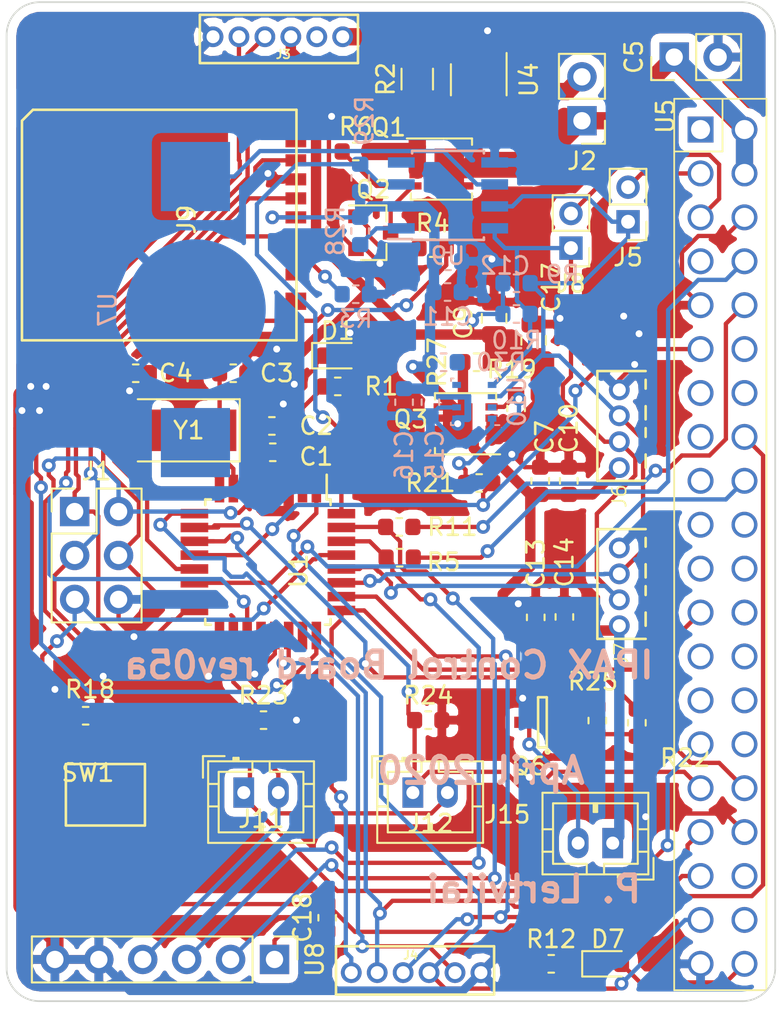
<source format=kicad_pcb>
(kicad_pcb (version 20171130) (host pcbnew "(5.0.0)")
  (layers (0 F.Cu signal) (31 B.Cu signal) (34 B.Paste user) (35 F.Paste user) (36 B.SilkS user) (37 F.SilkS user) (38 B.Mask user) (39 F.Mask user) (44 Edge.Cuts user))
  (net 0 "")
  (net 1 GND)
  (net 2 V_BATT)
  (net 3 I_BATT)
  (net 4 3.3V_ARD)
  (net 5 5V_EN)
  (net 6 /powerControl/5V_IN)
  (net 7 "Net-(Q6-Pad1)")
  (net 8 "Net-(J15-Pad2)")
  (net 9 3.3V_out)
  (net 10 "Net-(SW1-Pad2)")
  (net 11 "Net-(SW1-Pad1)")
  (net 12 RST)
  (net 13 "Net-(R18-Pad1)")
  (net 14 SDA)
  (net 15 SCL)
  (net 16 3.3V_CTL)
  (net 17 "Net-(U5-Pad8)")
  (net 18 "Net-(U5-Pad9)")
  (net 19 PUSH)
  (net 20 PUSH2)
  (net 21 "Net-(U5-Pad13)")
  (net 22 "Net-(U5-Pad14)")
  (net 23 Flash)
  (net 24 "Net-(D7-Pad2)")
  (net 25 "Net-(U5-Pad22)")
  (net 26 "Net-(U5-Pad23)")
  (net 27 "Net-(U5-Pad26)")
  (net 28 FAN_CTL)
  (net 29 "Net-(U5-Pad28)")
  (net 30 "Net-(U5-Pad29)")
  (net 31 "Net-(U5-Pad30)")
  (net 32 "Net-(U5-Pad31)")
  (net 33 "Net-(U5-Pad34)")
  (net 34 LED_EN)
  (net 35 "Net-(R11-Pad2)")
  (net 36 "Net-(R5-Pad2)")
  (net 37 Vpi)
  (net 38 Torch)
  (net 39 CRYSTAL1)
  (net 40 CRYSTAL2)
  (net 41 "Net-(D7-Pad1)")
  (net 42 PI_CTL)
  (net 43 "Net-(R30-Pad2)")
  (net 44 alarm)
  (net 45 "Net-(R28-Pad2)")
  (net 46 5V)
  (net 47 RXD)
  (net 48 TXD)
  (net 49 "Net-(D1-Pad2)")
  (net 50 "Net-(R1-Pad2)")
  (net 51 "Net-(U9-Pad4)")
  (net 52 I_LED)
  (net 53 I_PI)
  (net 54 "Net-(U1-Pad20)")
  (net 55 "Net-(U10-Pad2)")
  (net 56 MISO)
  (net 57 SCK)
  (net 58 MOSI)
  (net 59 "Net-(U7-Pad2)")
  (net 60 "Net-(U7-Pad3)")
  (net 61 "Net-(U5-Pad1)")
  (net 62 "Net-(U5-Pad27)")
  (net 63 PI_SIG)
  (net 64 "Net-(C18-Pad1)")
  (net 65 /Pi_SDA)
  (net 66 /Pi_SCL)
  (net 67 "Net-(Q1-Pad4)")
  (net 68 "Net-(Q3-Pad4)")
  (net 69 "Net-(Q2-Pad1)")
  (net 70 LED_EN2)
  (net 71 "Net-(U5-Pad4)")
  (net 72 "Net-(U5-Pad7)")
  (net 73 "Net-(J9-Pad1)")
  (net 74 CS)
  (net 75 "Net-(J9-Pad8)")
  (net 76 "Net-(J9-Pad9)")
  (net 77 "Net-(U5-Pad35)")
  (net 78 "Net-(U5-Pad10)")
  (net 79 "Net-(U5-Pad11)")
  (net 80 CS2)
  (module Resistor_SMD:R_0603_1608Metric (layer B.Cu) (at 20.193 16.891)
    (fp_text reference R3 (at 0 1.43) (layer B.SilkS) (effects (justify mirror)))
    (fp_text value 10k)
    (pad 1 smd roundrect (at -0.7875 0) (size 0.875 0.95) (layers B.Cu B.Paste B.Mask) (net 74 CS))
    (pad 2 smd roundrect (at 0.7875 0) (size 0.875 0.95) (layers B.Cu B.Paste B.Mask) (net 1 GND))
  )
  (module Connector_PinHeader_2.54mm:PinHeader_1x02_P2.54mm_Vertical (layer F.Cu) (at 38.608 3.175 90)
    (fp_text reference C5 (at 0 -2.33 90) (layer F.SilkS))
    (fp_text value CP)
    (pad 1 thru_hole rect (at 0 0 90) (size 1.7 1.7) (drill 1) (layers *.Cu *.Mask) (net 37 Vpi))
    (pad 2 thru_hole oval (at 0 2.54 90) (size 1.7 1.7) (drill 1) (layers *.Cu *.Mask) (net 1 GND))
  )
  (module Connector_PinHeader_2.00mm:PinHeader_1x02_P2.00mm_Vertical (layer F.Cu) (at 35.941 12.7 180)
    (fp_text reference J5 (at 0 -2.06 180) (layer F.SilkS))
    (fp_text value Conn_01x02_Female)
    (pad 2 thru_hole oval (at 0 2 180) (size 1.35 1.35) (drill 0.8) (layers *.Cu *.Mask) (net 65 /Pi_SDA))
    (pad 1 thru_hole rect (at 0 0 180) (size 1.35 1.35) (drill 0.8) (layers *.Cu *.Mask) (net 14 SDA))
  )
  (module Connector_PinHeader_2.00mm:PinHeader_1x02_P2.00mm_Vertical (layer F.Cu) (at 32.639 14.224 180)
    (fp_text reference J8 (at 0 -2.06 180) (layer F.SilkS))
    (fp_text value Conn_01x02_Female)
    (pad 1 thru_hole rect (at 0 0 180) (size 1.35 1.35) (drill 0.8) (layers *.Cu *.Mask) (net 15 SCL))
    (pad 2 thru_hole oval (at 0 2 180) (size 1.35 1.35) (drill 0.8) (layers *.Cu *.Mask) (net 66 /Pi_SCL))
  )
  (module conn:conn_1x04_1.5mm (layer F.Cu) (at 35.433 36.068 90)
    (fp_text reference J7 (at -1.651 0.127 90) (layer F.SilkS) (effects (font (size 0.8 0.8) (thickness 0.1))))
    (fp_text value Conn_01x04_Male)
    (pad 4 thru_hole circle (at 4.5 0 90) (size 1.2 1.2) (drill 0.75) (layers *.Cu *.Mask) (net 1 GND))
    (pad 3 thru_hole circle (at 3 0 90) (size 1.2 1.2) (drill 0.75) (layers *.Cu *.Mask) (net 14 SDA))
    (pad 2 thru_hole circle (at 1.5 0 90) (size 1.2 1.2) (drill 0.75) (layers *.Cu *.Mask) (net 15 SCL))
    (pad 1 thru_hole circle (at 0 0 90) (size 1.2 1.2) (drill 0.75) (layers *.Cu *.Mask) (net 9 3.3V_out))
  )
  (module conn:conn_1x04_1.5mm (layer F.Cu) (at 35.433 26.924 90)
    (fp_text reference J6 (at -1.651 0 90) (layer F.SilkS) (effects (font (size 0.8 0.8) (thickness 0.1))))
    (fp_text value Conn_01x04_Male)
    (pad 1 thru_hole circle (at 0 0 90) (size 1.2 1.2) (drill 0.75) (layers *.Cu *.Mask) (net 9 3.3V_out))
    (pad 2 thru_hole circle (at 1.5 0 90) (size 1.2 1.2) (drill 0.75) (layers *.Cu *.Mask) (net 15 SCL))
    (pad 3 thru_hole circle (at 3 0 90) (size 1.2 1.2) (drill 0.75) (layers *.Cu *.Mask) (net 14 SDA))
    (pad 4 thru_hole circle (at 4.5 0 90) (size 1.2 1.2) (drill 0.75) (layers *.Cu *.Mask) (net 1 GND))
  )
  (module myLib:DM3AT_microSD (layer F.Cu) (at 16.129 15.748 270)
    (fp_text reference J9 (at -3.175 5.715 270) (layer F.SilkS))
    (fp_text value Micro_SD_Card)
    (pad 1 smd rect (at 0 -0.6 270) (size 0.7 1.2) (layers F.Cu F.Paste F.Mask) (net 73 "Net-(J9-Pad1)"))
    (pad 2 smd rect (at -1.1 -0.6 270) (size 0.7 1.2) (layers F.Cu F.Paste F.Mask) (net 74 CS))
    (pad 3 smd rect (at -2.2 -0.6 270) (size 0.7 1.2) (layers F.Cu F.Paste F.Mask) (net 58 MOSI))
    (pad 4 smd rect (at -3.3 -0.6 270) (size 0.7 1.2) (layers F.Cu F.Paste F.Mask) (net 9 3.3V_out))
    (pad 5 smd rect (at -4.4 -0.6 270) (size 0.7 1.2) (layers F.Cu F.Paste F.Mask) (net 57 SCK))
    (pad 6 smd rect (at -5.5 -0.6 270) (size 0.7 1.2) (layers F.Cu F.Paste F.Mask) (net 1 GND))
    (pad 7 smd rect (at -6.6 -0.6 270) (size 0.7 1.2) (layers F.Cu F.Paste F.Mask) (net 56 MISO))
    (pad 8 smd rect (at -7.7 -0.6 270) (size 0.7 1.2) (layers F.Cu F.Paste F.Mask) (net 75 "Net-(J9-Pad8)"))
    (pad 9 smd rect (at -8.8 -0.6 270) (size 0.7 1.2) (layers F.Cu F.Paste F.Mask) (net 76 "Net-(J9-Pad9)"))
    (pad 9 smd rect (at 1.55 -0.6 270) (size 1 1.2) (layers F.Cu F.Paste F.Mask) (net 76 "Net-(J9-Pad9)"))
    (pad 9 smd rect (at -9.625 3.7 270) (size 1 1.2) (layers F.Cu F.Paste F.Mask) (net 76 "Net-(J9-Pad9)"))
    (pad 9 smd rect (at -9.625 14.05 270) (size 1 2.8) (layers F.Cu F.Paste F.Mask) (net 76 "Net-(J9-Pad9)"))
    (pad 9 smd rect (at 3.9 14.5 270) (size 1.3 1.9) (layers F.Cu F.Paste F.Mask) (net 76 "Net-(J9-Pad9)"))
  )
  (module Package_SON:Diodes_PowerDI3333-8 (layer F.Cu) (at 25.146 9.652)
    (fp_text reference Q1 (at -3.048 -2.413) (layer F.SilkS))
    (fp_text value PMOS)
    (pad 1 smd rect (at -1.5 -0.975) (size 0.7 0.42) (layers F.Cu F.Paste F.Mask) (net 46 5V))
    (pad 3 smd rect (at -1.5 0.325) (size 0.7 0.42) (layers F.Cu F.Paste F.Mask) (net 46 5V))
    (pad 2 smd rect (at -1.5 -0.325) (size 0.7 0.42) (layers F.Cu F.Paste F.Mask) (net 46 5V))
    (pad 4 smd rect (at -1.5 0.975) (size 0.7 0.42) (layers F.Cu F.Paste F.Mask) (net 67 "Net-(Q1-Pad4)"))
    (pad 5 smd custom (at 0.455 0) (size 1.71 2.37) (layers F.Cu F.Mask) (net 37 Vpi) (options (clearance outline) (anchor rect)) (primitives (gr_poly (pts (xy 0.855 1.185) (xy 1.395 1.185) (xy 1.395 0.765) (xy 0.855 0.765)) (width 0)) (gr_poly (pts (xy 0.855 0.535) (xy 1.395 0.535) (xy 1.395 0.115) (xy 0.855 0.115)) (width 0)) (gr_poly (pts (xy 0.855 -0.115) (xy 1.395 -0.115) (xy 1.395 -0.535) (xy 0.855 -0.535)) (width 0)) (gr_poly (pts (xy 0.855 -0.765) (xy 1.395 -0.765) (xy 1.395 -1.185) (xy 0.855 -1.185)) (width 0))))
  )
  (module Package_SON:Diodes_PowerDI3333-8 (layer F.Cu) (at 26.543 24.384 180)
    (fp_text reference Q3 (at 3.175 0.254 180) (layer F.SilkS))
    (fp_text value PMOS)
    (pad 5 smd custom (at 0.455 0 180) (size 1.71 2.37) (layers F.Cu F.Mask) (net 9 3.3V_out) (options (clearance outline) (anchor rect)) (primitives (gr_poly (pts (xy 0.855 1.185) (xy 1.395 1.185) (xy 1.395 0.765) (xy 0.855 0.765)) (width 0)) (gr_poly (pts (xy 0.855 0.535) (xy 1.395 0.535) (xy 1.395 0.115) (xy 0.855 0.115)) (width 0)) (gr_poly (pts (xy 0.855 -0.115) (xy 1.395 -0.115) (xy 1.395 -0.535) (xy 0.855 -0.535)) (width 0)) (gr_poly (pts (xy 0.855 -0.765) (xy 1.395 -0.765) (xy 1.395 -1.185) (xy 0.855 -1.185)) (width 0))))
    (pad 4 smd rect (at -1.5 0.975 180) (size 0.7 0.42) (layers F.Cu F.Paste F.Mask) (net 68 "Net-(Q3-Pad4)"))
    (pad 2 smd rect (at -1.5 -0.325 180) (size 0.7 0.42) (layers F.Cu F.Paste F.Mask) (net 4 3.3V_ARD))
    (pad 3 smd rect (at -1.5 0.325 180) (size 0.7 0.42) (layers F.Cu F.Paste F.Mask) (net 4 3.3V_ARD))
    (pad 1 smd rect (at -1.5 -0.975 180) (size 0.7 0.42) (layers F.Cu F.Paste F.Mask) (net 4 3.3V_ARD))
  )
  (module Package_TO_SOT_SMD:SOT-23 (layer F.Cu) (at 21.209 13.335)
    (fp_text reference Q2 (at 0 -2.5) (layer F.SilkS))
    (fp_text value Q_NMOS_GSD)
    (pad 1 smd rect (at -1 -0.95) (size 0.9 0.8) (layers F.Cu F.Paste F.Mask) (net 69 "Net-(Q2-Pad1)"))
    (pad 2 smd rect (at -1 0.95) (size 0.9 0.8) (layers F.Cu F.Paste F.Mask) (net 1 GND))
    (pad 3 smd rect (at 1 0) (size 0.9 0.8) (layers F.Cu F.Paste F.Mask) (net 67 "Net-(Q1-Pad4)"))
  )
  (module Resistor_SMD:R_0603_1608Metric (layer F.Cu) (at 20.193 8.636)
    (fp_text reference R6 (at 0 -1.43) (layer F.SilkS))
    (fp_text value 10k)
    (pad 1 smd roundrect (at -0.7875 0) (size 0.875 0.95) (layers F.Cu F.Paste F.Mask) (net 67 "Net-(Q1-Pad4)"))
    (pad 2 smd roundrect (at 0.7875 0) (size 0.875 0.95) (layers F.Cu F.Paste F.Mask) (net 46 5V))
  )
  (module Capacitor_SMD:C_0603_1608Metric (layer F.Cu) (at 18.542 52.959 90)
    (fp_text reference C18 (at 0 -1.43 90) (layer F.SilkS))
    (fp_text value 0.1uF)
    (pad 1 smd roundrect (at -0.7875 0 90) (size 0.875 0.95) (layers F.Cu F.Paste F.Mask) (net 64 "Net-(C18-Pad1)"))
    (pad 2 smd roundrect (at 0.7875 0 90) (size 0.875 0.95) (layers F.Cu F.Paste F.Mask) (net 12 RST))
  )
  (module Capacitor_SMD:C_0805_2012Metric (layer F.Cu) (at 28.194 18.288 90)
    (fp_text reference C9 (at -0.254 -1.778 90) (layer F.SilkS))
    (fp_text value 22uF)
    (pad 2 smd roundrect (at 0.9375 0 90) (size 0.975 1.4) (layers F.Cu F.Paste F.Mask) (net 1 GND))
    (pad 1 smd roundrect (at -0.9375 0 90) (size 0.975 1.4) (layers F.Cu F.Paste F.Mask) (net 4 3.3V_ARD))
  )
  (module Capacitor_SMD:C_0805_2012Metric (layer F.Cu) (at 30.48 19.558 90)
    (fp_text reference C17 (at 3.048 1.016 90) (layer F.SilkS))
    (fp_text value 22uF)
    (pad 1 smd roundrect (at -0.9375 0 90) (size 0.975 1.4) (layers F.Cu F.Paste F.Mask) (net 4 3.3V_ARD))
    (pad 2 smd roundrect (at 0.9375 0 90) (size 0.975 1.4) (layers F.Cu F.Paste F.Mask) (net 1 GND))
  )
  (module Connector_PinHeader_2.54mm:PinHeader_1x06_P2.54mm_Vertical (layer F.Cu) (at 15.494 55.372 270)
    (fp_text reference U8 (at 0 -2.33 270) (layer F.SilkS))
    (fp_text value FTDI_Basic)
    (pad 1 thru_hole rect (at 0 0 270) (size 1.7 1.7) (drill 1) (layers *.Cu *.Mask) (net 64 "Net-(C18-Pad1)"))
    (pad 2 thru_hole oval (at 0 2.54 270) (size 1.7 1.7) (drill 1) (layers *.Cu *.Mask) (net 48 TXD))
    (pad 3 thru_hole oval (at 0 5.08 270) (size 1.7 1.7) (drill 1) (layers *.Cu *.Mask) (net 47 RXD))
    (pad 4 thru_hole oval (at 0 7.62 270) (size 1.7 1.7) (drill 1) (layers *.Cu *.Mask) (net 4 3.3V_ARD))
    (pad 5 thru_hole oval (at 0 10.16 270) (size 1.7 1.7) (drill 1) (layers *.Cu *.Mask) (net 1 GND))
    (pad 6 thru_hole oval (at 0 12.7 270) (size 1.7 1.7) (drill 1) (layers *.Cu *.Mask) (net 1 GND))
  )
  (module myLib:RPi_Cobbler (layer F.Cu) (at 40.132 7.366 270)
    (fp_text reference U5 (at -0.762 2.032 270) (layer F.SilkS))
    (fp_text value Pi_Header)
    (pad 1 thru_hole rect (at 0 0 270) (size 1.5 1.5) (drill 1.1) (layers *.Cu *.Mask) (net 61 "Net-(U5-Pad1)"))
    (pad 2 thru_hole oval (at 2.54 0 270) (size 1.5 1.5) (drill 1.1) (layers *.Cu *.Mask) (net 65 /Pi_SDA))
    (pad 3 thru_hole oval (at 5.08 0 270) (size 1.5 1.5) (drill 1.1) (layers *.Cu *.Mask) (net 66 /Pi_SCL))
    (pad 4 thru_hole oval (at 7.62 0 270) (size 1.5 1.5) (drill 1.1) (layers *.Cu *.Mask) (net 71 "Net-(U5-Pad4)"))
    (pad 5 thru_hole oval (at 10.16 0 270) (size 1.5 1.5) (drill 1.1) (layers *.Cu *.Mask) (net 1 GND))
    (pad 6 thru_hole oval (at 12.7 0 270) (size 1.5 1.5) (drill 1.1) (layers *.Cu *.Mask) (net 16 3.3V_CTL))
    (pad 7 thru_hole oval (at 15.24 0 270) (size 1.5 1.5) (drill 1.1) (layers *.Cu *.Mask) (net 72 "Net-(U5-Pad7)"))
    (pad 8 thru_hole oval (at 17.78 0 270) (size 1.5 1.5) (drill 1.1) (layers *.Cu *.Mask) (net 17 "Net-(U5-Pad8)"))
    (pad 9 thru_hole oval (at 20.32 0 270) (size 1.5 1.5) (drill 1.1) (layers *.Cu *.Mask) (net 18 "Net-(U5-Pad9)"))
    (pad 10 thru_hole oval (at 22.86 0 270) (size 1.5 1.5) (drill 1.1) (layers *.Cu *.Mask) (net 78 "Net-(U5-Pad10)"))
    (pad 11 thru_hole oval (at 25.4 0 270) (size 1.5 1.5) (drill 1.1) (layers *.Cu *.Mask) (net 79 "Net-(U5-Pad11)"))
    (pad 12 thru_hole oval (at 27.94 0 270) (size 1.5 1.5) (drill 1.1) (layers *.Cu *.Mask) (net 70 LED_EN2))
    (pad 13 thru_hole oval (at 30.48 0 270) (size 1.5 1.5) (drill 1.1) (layers *.Cu *.Mask) (net 21 "Net-(U5-Pad13)"))
    (pad 14 thru_hole oval (at 33.02 0 270) (size 1.5 1.5) (drill 1.1) (layers *.Cu *.Mask) (net 22 "Net-(U5-Pad14)"))
    (pad 15 thru_hole oval (at 35.56 0 270) (size 1.5 1.5) (drill 1.1) (layers *.Cu *.Mask) (net 19 PUSH))
    (pad 16 thru_hole oval (at 38.1 0 270) (size 1.5 1.5) (drill 1.1) (layers *.Cu *.Mask) (net 20 PUSH2))
    (pad 17 thru_hole oval (at 40.64 0 270) (size 1.5 1.5) (drill 1.1) (layers *.Cu *.Mask) (net 34 LED_EN))
    (pad 18 thru_hole oval (at 43.18 0 270) (size 1.5 1.5) (drill 1.1) (layers *.Cu *.Mask) (net 38 Torch))
    (pad 19 thru_hole oval (at 45.72 0 270) (size 1.5 1.5) (drill 1.1) (layers *.Cu *.Mask) (net 23 Flash))
    (pad 20 thru_hole oval (at 48.26 0 270) (size 1.5 1.5) (drill 1.1) (layers *.Cu *.Mask) (net 1 GND))
    (pad 21 thru_hole oval (at 48.26 -2.54 270) (size 1.5 1.5) (drill 1.1) (layers *.Cu *.Mask) (net 24 "Net-(D7-Pad2)"))
    (pad 22 thru_hole oval (at 45.72 -2.54 270) (size 1.5 1.5) (drill 1.1) (layers *.Cu *.Mask) (net 25 "Net-(U5-Pad22)"))
    (pad 23 thru_hole oval (at 43.18 -2.54 270) (size 1.5 1.5) (drill 1.1) (layers *.Cu *.Mask) (net 26 "Net-(U5-Pad23)"))
    (pad 24 thru_hole oval (at 40.64 -2.54 270) (size 1.5 1.5) (drill 1.1) (layers *.Cu *.Mask) (net 1 GND))
    (pad 25 thru_hole oval (at 38.1 -2.54 270) (size 1.5 1.5) (drill 1.1) (layers *.Cu *.Mask) (net 28 FAN_CTL))
    (pad 26 thru_hole oval (at 35.56 -2.54 270) (size 1.5 1.5) (drill 1.1) (layers *.Cu *.Mask) (net 27 "Net-(U5-Pad26)"))
    (pad 27 thru_hole oval (at 33.02 -2.54 270) (size 1.5 1.5) (drill 1.1) (layers *.Cu *.Mask) (net 62 "Net-(U5-Pad27)"))
    (pad 28 thru_hole oval (at 30.48 -2.54 270) (size 1.5 1.5) (drill 1.1) (layers *.Cu *.Mask) (net 29 "Net-(U5-Pad28)"))
    (pad 29 thru_hole oval (at 27.94 -2.54 270) (size 1.5 1.5) (drill 1.1) (layers *.Cu *.Mask) (net 30 "Net-(U5-Pad29)"))
    (pad 30 thru_hole oval (at 25.4 -2.54 270) (size 1.5 1.5) (drill 1.1) (layers *.Cu *.Mask) (net 31 "Net-(U5-Pad30)"))
    (pad 31 thru_hole oval (at 22.86 -2.54 270) (size 1.5 1.5) (drill 1.1) (layers *.Cu *.Mask) (net 32 "Net-(U5-Pad31)"))
    (pad 32 thru_hole oval (at 20.32 -2.54 270) (size 1.5 1.5) (drill 1.1) (layers *.Cu *.Mask) (net 63 PI_SIG))
    (pad 33 thru_hole oval (at 17.78 -2.54 270) (size 1.5 1.5) (drill 1.1) (layers *.Cu *.Mask) (net 12 RST))
    (pad 34 thru_hole oval (at 15.24 -2.54 270) (size 1.5 1.5) (drill 1.1) (layers *.Cu *.Mask) (net 33 "Net-(U5-Pad34)"))
    (pad 35 thru_hole oval (at 12.7 -2.54 270) (size 1.5 1.5) (drill 1.1) (layers *.Cu *.Mask) (net 77 "Net-(U5-Pad35)"))
    (pad 36 thru_hole oval (at 10.16 -2.54 270) (size 1.5 1.5) (drill 1.1) (layers *.Cu *.Mask) (net 35 "Net-(R11-Pad2)"))
    (pad 37 thru_hole oval (at 7.62 -2.54 270) (size 1.5 1.5) (drill 1.1) (layers *.Cu *.Mask) (net 36 "Net-(R5-Pad2)"))
    (pad 38 thru_hole oval (at 5.08 -2.54 270) (size 1.5 1.5) (drill 1.1) (layers *.Cu *.Mask) (net 1 GND))
    (pad 39 thru_hole oval (at 2.54 -2.54 270) (size 1.5 1.5) (drill 1.1) (layers *.Cu *.Mask) (net 37 Vpi))
    (pad 40 thru_hole oval (at 0 -2.54 270) (size 1.5 1.5) (drill 1.1) (layers *.Cu *.Mask) (net 37 Vpi))
  )
  (module myLib:BK870_CR1025holder (layer B.Cu) (at 10.922 17.78 90)
    (fp_text reference U7 (at 0 -5.08 90) (layer B.SilkS) (effects (justify mirror)))
    (fp_text value coin_cell)
    (pad 1 smd circle (at 0 0 90) (size 8.13 8.13) (layers B.Cu B.Paste B.Mask) (net 1 GND))
    (pad 2 smd rect (at -7.695 0 90) (size 4 4) (layers B.Cu B.Paste B.Mask) (net 59 "Net-(U7-Pad2)"))
    (pad 3 smd rect (at 7.695 0 90) (size 4 4) (layers B.Cu B.Paste B.Mask) (net 60 "Net-(U7-Pad3)"))
  )
  (module Crystal:Crystal_SMD_Abracon_ABM3-2Pin_5.0x3.2mm (layer F.Cu) (at 10.287 24.765 180)
    (fp_text reference Y1 (at -0.254 0 180) (layer F.SilkS))
    (fp_text value Crystal)
    (pad 1 smd rect (at -2.05 0 180) (size 1.9 2.4) (layers F.Cu F.Paste F.Mask) (net 39 CRYSTAL1))
    (pad 2 smd rect (at 2.05 0 180) (size 1.9 2.4) (layers F.Cu F.Paste F.Mask) (net 40 CRYSTAL2))
  )
  (module Package_TO_SOT_SMD:SOT-23-6 (layer F.Cu) (at 27.305 4.488 270)
    (fp_text reference U4 (at 0 -2.9 270) (layer F.SilkS))
    (fp_text value INA181)
    (pad 1 smd rect (at -1.1 -0.95 270) (size 1.06 0.65) (layers F.Cu F.Paste F.Mask) (net 53 I_PI))
    (pad 2 smd rect (at -1.1 0 270) (size 1.06 0.65) (layers F.Cu F.Paste F.Mask) (net 1 GND))
    (pad 3 smd rect (at -1.1 0.95 270) (size 1.06 0.65) (layers F.Cu F.Paste F.Mask) (net 6 /powerControl/5V_IN))
    (pad 4 smd rect (at 1.1 0.95 270) (size 1.06 0.65) (layers F.Cu F.Paste F.Mask) (net 46 5V))
    (pad 6 smd rect (at 1.1 -0.95 270) (size 1.06 0.65) (layers F.Cu F.Paste F.Mask) (net 4 3.3V_ARD))
    (pad 5 smd rect (at 1.1 0 270) (size 1.06 0.65) (layers F.Cu F.Paste F.Mask) (net 1 GND))
  )
  (module Resistor_SMD:R_1206_3216Metric (layer F.Cu) (at 23.749 4.448 90)
    (fp_text reference R2 (at 0 -1.82 90) (layer F.SilkS))
    (fp_text value 0.01R)
    (pad 1 smd roundrect (at -1.4 0 90) (size 1.25 1.75) (layers F.Cu F.Paste F.Mask) (roundrect_rratio 0.2) (net 46 5V))
    (pad 2 smd roundrect (at 1.4 0 90) (size 1.25 1.75) (layers F.Cu F.Paste F.Mask) (roundrect_rratio 0.2) (net 6 /powerControl/5V_IN))
  )
  (module myLib:conn_1x06_1.5mm (layer F.Cu) (at 27.432 56.134 180)
    (fp_text reference J4 (at 4.064 1.016 180) (layer F.SilkS) (effects (font (size 0.5 0.5) (thickness 0.1))))
    (fp_text value Conn_01x06_Male)
    (pad 1 thru_hole circle (at 0 0 180) (size 1.2 1.2) (drill 0.75) (layers *.Cu *.Mask) (net 1 GND))
    (pad 2 thru_hole circle (at 1.5 0 180) (size 1.2 1.2) (drill 0.75) (layers *.Cu *.Mask) (net 52 I_LED))
    (pad 3 thru_hole circle (at 3 0 180) (size 1.2 1.2) (drill 0.75) (layers *.Cu *.Mask) (net 23 Flash))
    (pad 4 thru_hole circle (at 4.5 0 180) (size 1.2 1.2) (drill 0.75) (layers *.Cu *.Mask) (net 38 Torch))
    (pad 5 thru_hole circle (at 6 0 180) (size 1.2 1.2) (drill 0.75) (layers *.Cu *.Mask) (net 34 LED_EN))
    (pad 6 thru_hole circle (at 7.5 0 180) (size 1.2 1.2) (drill 0.75) (layers *.Cu *.Mask) (net 70 LED_EN2))
  )
  (module Capacitor_SMD:C_0603_1608Metric (layer F.Cu) (at 15.3925 26.035)
    (fp_text reference C1 (at 2.5145 0.254) (layer F.SilkS))
    (fp_text value 1uF)
    (pad 2 smd roundrect (at 0.7875 0) (size 0.875 0.95) (layers F.Cu F.Paste F.Mask) (net 1 GND))
    (pad 1 smd roundrect (at -0.7875 0) (size 0.875 0.95) (layers F.Cu F.Paste F.Mask) (net 4 3.3V_ARD))
  )
  (module Capacitor_SMD:C_0603_1608Metric (layer B.Cu) (at 24.511 23.1395 270)
    (fp_text reference C15 (at 3.048 -0.254 270) (layer B.SilkS) (effects (justify mirror)))
    (fp_text value 10nF)
    (pad 1 smd roundrect (at -0.7875 0 270) (size 0.875 0.95) (layers B.Cu B.Paste B.Mask) (net 9 3.3V_out))
    (pad 2 smd roundrect (at 0.7875 0 270) (size 0.875 0.95) (layers B.Cu B.Paste B.Mask) (net 1 GND))
  )
  (module Capacitor_SMD:C_0603_1608Metric (layer F.Cu) (at 32.258 35.56 90)
    (fp_text reference C14 (at 3.163531 0.00581 90) (layer F.SilkS))
    (fp_text value 1uF)
    (pad 2 smd roundrect (at 0.7875 0 90) (size 0.875 0.95) (layers F.Cu F.Paste F.Mask) (net 1 GND))
    (pad 1 smd roundrect (at -0.7875 0 90) (size 0.875 0.95) (layers F.Cu F.Paste F.Mask) (net 9 3.3V_out))
  )
  (module Capacitor_SMD:C_0603_1608Metric (layer F.Cu) (at 30.60119 35.5855 90)
    (fp_text reference C13 (at 3.112531 0 90) (layer F.SilkS))
    (fp_text value 10nF)
    (pad 1 smd roundrect (at -0.7875 0 90) (size 0.875 0.95) (layers F.Cu F.Paste F.Mask) (net 9 3.3V_out))
    (pad 2 smd roundrect (at 0.7875 0 90) (size 0.875 0.95) (layers F.Cu F.Paste F.Mask) (net 1 GND))
  )
  (module Capacitor_SMD:C_0603_1608Metric (layer B.Cu) (at 25.527 14.986)
    (fp_text reference C12 (at 3.302 0.254) (layer B.SilkS) (effects (justify mirror)))
    (fp_text value 1uF)
    (pad 2 smd roundrect (at 0.7875 0) (size 0.875 0.95) (layers B.Cu B.Paste B.Mask) (net 1 GND))
    (pad 1 smd roundrect (at -0.7875 0) (size 0.875 0.95) (layers B.Cu B.Paste B.Mask) (net 9 3.3V_out))
  )
  (module Capacitor_SMD:C_0603_1608Metric (layer B.Cu) (at 25.5015 16.764)
    (fp_text reference C11 (at 0 1.43) (layer B.SilkS) (effects (justify mirror)))
    (fp_text value 10nF)
    (pad 1 smd roundrect (at -0.7875 0) (size 0.875 0.95) (layers B.Cu B.Paste B.Mask) (net 9 3.3V_out))
    (pad 2 smd roundrect (at 0.7875 0) (size 0.875 0.95) (layers B.Cu B.Paste B.Mask) (net 1 GND))
  )
  (module Capacitor_SMD:C_0603_1608Metric (layer F.Cu) (at 32.512 27.686 90)
    (fp_text reference C10 (at 3.048 0 90) (layer F.SilkS))
    (fp_text value 1uF)
    (pad 2 smd roundrect (at 0.7875 0 90) (size 0.875 0.95) (layers F.Cu F.Paste F.Mask) (net 1 GND))
    (pad 1 smd roundrect (at -0.7875 0 90) (size 0.875 0.95) (layers F.Cu F.Paste F.Mask) (net 9 3.3V_out))
  )
  (module Capacitor_SMD:C_0603_1608Metric (layer F.Cu) (at 30.861 27.686 90)
    (fp_text reference C7 (at 2.54 0.254 90) (layer F.SilkS))
    (fp_text value 10nF)
    (pad 1 smd roundrect (at -0.7875 0 90) (size 0.875 0.95) (layers F.Cu F.Paste F.Mask) (net 9 3.3V_out))
    (pad 2 smd roundrect (at 0.7875 0 90) (size 0.875 0.95) (layers F.Cu F.Paste F.Mask) (net 1 GND))
  )
  (module Capacitor_SMD:C_0603_1608Metric (layer F.Cu) (at 7.4675 21.463 180)
    (fp_text reference C4 (at -2.3115 0 180) (layer F.SilkS))
    (fp_text value 22pF)
    (pad 2 smd roundrect (at 0.7875 0 180) (size 0.875 0.95) (layers F.Cu F.Paste F.Mask) (net 1 GND))
    (pad 1 smd roundrect (at -0.7875 0 180) (size 0.875 0.95) (layers F.Cu F.Paste F.Mask) (net 40 CRYSTAL2))
  )
  (module Capacitor_SMD:C_0603_1608Metric (layer F.Cu) (at 13.1065 21.463)
    (fp_text reference C3 (at 2.5145 0) (layer F.SilkS))
    (fp_text value 22pF)
    (pad 1 smd roundrect (at -0.7875 0) (size 0.875 0.95) (layers F.Cu F.Paste F.Mask) (net 39 CRYSTAL1))
    (pad 2 smd roundrect (at 0.7875 0) (size 0.875 0.95) (layers F.Cu F.Paste F.Mask) (net 1 GND))
  )
  (module Capacitor_SMD:C_0603_1608Metric (layer F.Cu) (at 15.3415 24.511)
    (fp_text reference C2 (at 2.5655 0) (layer F.SilkS))
    (fp_text value 0.1uF)
    (pad 2 smd roundrect (at 0.7875 0) (size 0.875 0.95) (layers F.Cu F.Paste F.Mask) (net 1 GND))
    (pad 1 smd roundrect (at -0.7875 0) (size 0.875 0.95) (layers F.Cu F.Paste F.Mask) (net 4 3.3V_ARD))
  )
  (module Capacitor_SMD:C_0603_1608Metric (layer B.Cu) (at 22.987 23.1395 270)
    (fp_text reference C16 (at 3.0735 0 270) (layer B.SilkS) (effects (justify mirror)))
    (fp_text value 1uF)
    (pad 1 smd roundrect (at -0.7875 0 270) (size 0.875 0.95) (layers B.Cu B.Paste B.Mask) (net 9 3.3V_out))
    (pad 2 smd roundrect (at 0.7875 0 270) (size 0.875 0.95) (layers B.Cu B.Paste B.Mask) (net 1 GND))
  )
  (module Connector_JST:JST_PH_B2B-PH-K_1x02_P2.00mm_Vertical (layer F.Cu) (at 35.052 48.641 180)
    (fp_text reference J15 (at 6.096 1.651 180) (layer F.SilkS))
    (fp_text value Conn_01x02_Male)
    (pad 2 thru_hole oval (at 2 0 180) (size 1.2 1.75) (drill 0.75) (layers *.Cu *.Mask) (net 8 "Net-(J15-Pad2)"))
    (pad 1 thru_hole rect (at 0 0 180) (size 1.2 1.75) (drill 0.75) (layers *.Cu *.Mask) (net 9 3.3V_out))
  )
  (module Connector_JST:JST_PH_B2B-PH-K_1x02_P2.00mm_Vertical (layer F.Cu) (at 23.495 45.72)
    (fp_text reference J12 (at 1.016 1.778) (layer F.SilkS))
    (fp_text value Conn_01x02_Male)
    (pad 1 thru_hole rect (at 0 0) (size 1.2 1.75) (drill 0.75) (layers *.Cu *.Mask) (net 20 PUSH2))
    (pad 2 thru_hole oval (at 2 0) (size 1.2 1.75) (drill 0.75) (layers *.Cu *.Mask) (net 4 3.3V_ARD))
  )
  (module Connector_JST:JST_PH_B2B-PH-K_1x02_P2.00mm_Vertical (layer F.Cu) (at 13.716 45.72)
    (fp_text reference J11 (at 1.016 1.524) (layer F.SilkS))
    (fp_text value Conn_01x02_Male)
    (pad 1 thru_hole rect (at 0 0) (size 1.2 1.75) (drill 0.75) (layers *.Cu *.Mask) (net 19 PUSH))
    (pad 2 thru_hole oval (at 2 0) (size 1.2 1.75) (drill 0.75) (layers *.Cu *.Mask) (net 4 3.3V_ARD))
  )
  (module Connector_PinHeader_2.54mm:PinHeader_1x02_P2.54mm_Vertical (layer F.Cu) (at 33.274 6.858 180)
    (fp_text reference J2 (at 0 -2.33 180) (layer F.SilkS))
    (fp_text value Conn_01x02_Male)
    (pad 1 thru_hole rect (at 0 0 180) (size 1.7 1.7) (drill 1) (layers *.Cu *.Mask) (net 37 Vpi))
    (pad 2 thru_hole oval (at 0 2.54 180) (size 1.7 1.7) (drill 1) (layers *.Cu *.Mask) (net 46 5V))
  )
  (module Connector_PinHeader_2.54mm:PinHeader_2x03_P2.54mm_Vertical (layer F.Cu) (at 3.937 29.464)
    (fp_text reference J1 (at 1.27 -2.33) (layer F.SilkS))
    (fp_text value Conn_02x03_Odd_Even)
    (pad 1 thru_hole rect (at 0 0) (size 1.7 1.7) (drill 1) (layers *.Cu *.Mask) (net 56 MISO))
    (pad 2 thru_hole oval (at 2.54 0) (size 1.7 1.7) (drill 1) (layers *.Cu *.Mask) (net 4 3.3V_ARD))
    (pad 3 thru_hole oval (at 0 2.54) (size 1.7 1.7) (drill 1) (layers *.Cu *.Mask) (net 57 SCK))
    (pad 4 thru_hole oval (at 2.54 2.54) (size 1.7 1.7) (drill 1) (layers *.Cu *.Mask) (net 58 MOSI))
    (pad 5 thru_hole oval (at 0 5.08) (size 1.7 1.7) (drill 1) (layers *.Cu *.Mask) (net 12 RST))
    (pad 6 thru_hole oval (at 2.54 5.08) (size 1.7 1.7) (drill 1) (layers *.Cu *.Mask) (net 1 GND))
  )
  (module LED_SMD:LED_0603_1608Metric (layer F.Cu) (at 19.1515 20.447)
    (fp_text reference D1 (at 0 -1.43) (layer F.SilkS))
    (fp_text value LED)
    (pad 1 smd roundrect (at -0.7875 0) (size 0.875 0.95) (layers F.Cu F.Paste F.Mask) (net 1 GND))
    (pad 2 smd roundrect (at 0.7875 0) (size 0.875 0.95) (layers F.Cu F.Paste F.Mask) (net 49 "Net-(D1-Pad2)"))
  )
  (module LED_SMD:LED_0603_1608Metric (layer F.Cu) (at 34.7725 55.626)
    (fp_text reference D7 (at 0 -1.43) (layer F.SilkS))
    (fp_text value LED)
    (pad 1 smd roundrect (at -0.7875 0) (size 0.875 0.95) (layers F.Cu F.Paste F.Mask) (net 41 "Net-(D7-Pad1)"))
    (pad 2 smd roundrect (at 0.7875 0) (size 0.875 0.95) (layers F.Cu F.Paste F.Mask) (net 24 "Net-(D7-Pad2)"))
  )
  (module Package_LGA:Bosch_LGA-8_2.5x2.5mm_P0.65mm_ClockwisePinNumbering (layer B.Cu) (at 27.051 23.114 90)
    (fp_text reference U10 (at 0.015 2.465 90) (layer B.SilkS) (effects (justify mirror)))
    (fp_text value BME280)
    (pad 4 smd rect (at 0.975 1.025) (size 0.5 0.35) (layers B.Cu B.Paste B.Mask) (net 15 SCL))
    (pad 3 smd rect (at 0.325 1.025) (size 0.5 0.35) (layers B.Cu B.Paste B.Mask) (net 14 SDA))
    (pad 2 smd rect (at -0.325 1.025) (size 0.5 0.35) (layers B.Cu B.Paste B.Mask) (net 55 "Net-(U10-Pad2)"))
    (pad 1 smd rect (at -0.975 1.025) (size 0.5 0.35) (layers B.Cu B.Paste B.Mask) (net 1 GND))
    (pad 8 smd rect (at -0.975 -1.025) (size 0.5 0.35) (layers B.Cu B.Paste B.Mask) (net 9 3.3V_out))
    (pad 7 smd rect (at -0.325 -1.025) (size 0.5 0.35) (layers B.Cu B.Paste B.Mask) (net 1 GND))
    (pad 6 smd rect (at 0.325 -1.025) (size 0.5 0.35) (layers B.Cu B.Paste B.Mask) (net 9 3.3V_out))
    (pad 5 smd rect (at 0.975 -1.025) (size 0.5 0.35) (layers B.Cu B.Paste B.Mask) (net 43 "Net-(R30-Pad2)"))
  )
  (module Package_QFP:TQFP-32_7x7mm_P0.8mm (layer F.Cu) (at 15.113 32.385 270)
    (fp_text reference U1 (at 0.508 -1.778 270) (layer F.SilkS))
    (fp_text value ATmega328P-AU)
    (pad 1 smd rect (at -4.25 -2.8 270) (size 1.6 0.55) (layers F.Cu F.Paste F.Mask) (net 20 PUSH2))
    (pad 2 smd rect (at -4.25 -2 270) (size 1.6 0.55) (layers F.Cu F.Paste F.Mask) (net 50 "Net-(R1-Pad2)"))
    (pad 3 smd rect (at -4.25 -1.2 270) (size 1.6 0.55) (layers F.Cu F.Paste F.Mask) (net 1 GND))
    (pad 4 smd rect (at -4.25 -0.4 270) (size 1.6 0.55) (layers F.Cu F.Paste F.Mask) (net 4 3.3V_ARD))
    (pad 5 smd rect (at -4.25 0.4 270) (size 1.6 0.55) (layers F.Cu F.Paste F.Mask) (net 1 GND))
    (pad 6 smd rect (at -4.25 1.2 270) (size 1.6 0.55) (layers F.Cu F.Paste F.Mask) (net 4 3.3V_ARD))
    (pad 7 smd rect (at -4.25 2 270) (size 1.6 0.55) (layers F.Cu F.Paste F.Mask) (net 39 CRYSTAL1))
    (pad 8 smd rect (at -4.25 2.8 270) (size 1.6 0.55) (layers F.Cu F.Paste F.Mask) (net 40 CRYSTAL2))
    (pad 9 smd rect (at -2.8 4.25) (size 1.6 0.55) (layers F.Cu F.Paste F.Mask) (net 34 LED_EN))
    (pad 10 smd rect (at -2 4.25) (size 1.6 0.55) (layers F.Cu F.Paste F.Mask) (net 28 FAN_CTL))
    (pad 11 smd rect (at -1.2 4.25) (size 1.6 0.55) (layers F.Cu F.Paste F.Mask) (net 23 Flash))
    (pad 12 smd rect (at -0.4 4.25) (size 1.6 0.55) (layers F.Cu F.Paste F.Mask) (net 16 3.3V_CTL))
    (pad 13 smd rect (at 0.4 4.25) (size 1.6 0.55) (layers F.Cu F.Paste F.Mask) (net 42 PI_CTL))
    (pad 14 smd rect (at 1.2 4.25) (size 1.6 0.55) (layers F.Cu F.Paste F.Mask) (net 63 PI_SIG))
    (pad 15 smd rect (at 2 4.25) (size 1.6 0.55) (layers F.Cu F.Paste F.Mask) (net 58 MOSI))
    (pad 16 smd rect (at 2.8 4.25) (size 1.6 0.55) (layers F.Cu F.Paste F.Mask) (net 56 MISO))
    (pad 17 smd rect (at 4.25 2.8 270) (size 1.6 0.55) (layers F.Cu F.Paste F.Mask) (net 57 SCK))
    (pad 18 smd rect (at 4.25 2 270) (size 1.6 0.55) (layers F.Cu F.Paste F.Mask) (net 4 3.3V_ARD))
    (pad 19 smd rect (at 4.25 1.2 270) (size 1.6 0.55) (layers F.Cu F.Paste F.Mask) (net 3 I_BATT))
    (pad 20 smd rect (at 4.25 0.4 270) (size 1.6 0.55) (layers F.Cu F.Paste F.Mask) (net 54 "Net-(U1-Pad20)"))
    (pad 21 smd rect (at 4.25 -0.4 270) (size 1.6 0.55) (layers F.Cu F.Paste F.Mask) (net 1 GND))
    (pad 22 smd rect (at 4.25 -1.2 270) (size 1.6 0.55) (layers F.Cu F.Paste F.Mask) (net 52 I_LED))
    (pad 23 smd rect (at 4.25 -2 270) (size 1.6 0.55) (layers F.Cu F.Paste F.Mask) (net 80 CS2))
    (pad 24 smd rect (at 4.25 -2.8 270) (size 1.6 0.55) (layers F.Cu F.Paste F.Mask) (net 2 V_BATT))
    (pad 25 smd rect (at 2.8 -4.25) (size 1.6 0.55) (layers F.Cu F.Paste F.Mask) (net 70 LED_EN2))
    (pad 26 smd rect (at 2 -4.25) (size 1.6 0.55) (layers F.Cu F.Paste F.Mask) (net 38 Torch))
    (pad 27 smd rect (at 1.2 -4.25) (size 1.6 0.55) (layers F.Cu F.Paste F.Mask) (net 14 SDA))
    (pad 28 smd rect (at 0.4 -4.25) (size 1.6 0.55) (layers F.Cu F.Paste F.Mask) (net 15 SCL))
    (pad 29 smd rect (at -0.4 -4.25) (size 1.6 0.55) (layers F.Cu F.Paste F.Mask) (net 12 RST))
    (pad 30 smd rect (at -1.2 -4.25) (size 1.6 0.55) (layers F.Cu F.Paste F.Mask) (net 47 RXD))
    (pad 31 smd rect (at -2 -4.25) (size 1.6 0.55) (layers F.Cu F.Paste F.Mask) (net 48 TXD))
    (pad 32 smd rect (at -2.8 -4.25) (size 1.6 0.55) (layers F.Cu F.Paste F.Mask) (net 44 alarm))
  )
  (module Package_SO:SOIC-8_3.9x4.9mm_P1.27mm (layer B.Cu) (at 25.527 11.176)
    (fp_text reference U9 (at 0 3.5) (layer B.SilkS) (effects (justify mirror)))
    (fp_text value DS3231MZ)
    (pad 1 smd rect (at -2.7 1.905) (size 1.55 0.6) (layers B.Cu B.Paste B.Mask) (net 45 "Net-(R28-Pad2)"))
    (pad 2 smd rect (at -2.7 0.635) (size 1.55 0.6) (layers B.Cu B.Paste B.Mask) (net 9 3.3V_out))
    (pad 3 smd rect (at -2.7 -0.635) (size 1.55 0.6) (layers B.Cu B.Paste B.Mask) (net 44 alarm))
    (pad 4 smd rect (at -2.7 -1.905) (size 1.55 0.6) (layers B.Cu B.Paste B.Mask) (net 51 "Net-(U9-Pad4)"))
    (pad 5 smd rect (at 2.7 -1.905) (size 1.55 0.6) (layers B.Cu B.Paste B.Mask) (net 1 GND))
    (pad 6 smd rect (at 2.7 -0.635) (size 1.55 0.6) (layers B.Cu B.Paste B.Mask) (net 60 "Net-(U7-Pad3)"))
    (pad 7 smd rect (at 2.7 0.635) (size 1.55 0.6) (layers B.Cu B.Paste B.Mask) (net 14 SDA))
    (pad 8 smd rect (at 2.7 1.905) (size 1.55 0.6) (layers B.Cu B.Paste B.Mask) (net 15 SCL))
  )
  (module Resistor_SMD:R_0603_1608Metric (layer F.Cu) (at 24.384 41.529)
    (fp_text reference R24 (at 0 -1.43) (layer F.SilkS))
    (fp_text value 10k)
    (pad 2 smd roundrect (at 0.7875 0) (size 0.875 0.95) (layers F.Cu F.Paste F.Mask) (net 1 GND))
    (pad 1 smd roundrect (at -0.7875 0) (size 0.875 0.95) (layers F.Cu F.Paste F.Mask) (net 20 PUSH2))
  )
  (module Resistor_SMD:R_0603_1608Metric (layer F.Cu) (at 4.572 41.275)
    (fp_text reference R18 (at 0.254 -1.524) (layer F.SilkS))
    (fp_text value 10k)
    (pad 1 smd roundrect (at -0.7875 0) (size 0.875 0.95) (layers F.Cu F.Paste F.Mask) (net 13 "Net-(R18-Pad1)"))
    (pad 2 smd roundrect (at 0.7875 0) (size 0.875 0.95) (layers F.Cu F.Paste F.Mask) (net 1 GND))
  )
  (module Resistor_SMD:R_0603_1608Metric (layer F.Cu) (at 29.464 23.495 270)
    (fp_text reference R19 (at -2.2605 0.254) (layer F.SilkS))
    (fp_text value 10k)
    (pad 2 smd roundrect (at 0.7875 0 270) (size 0.875 0.95) (layers F.Cu F.Paste F.Mask) (net 4 3.3V_ARD))
    (pad 1 smd roundrect (at -0.7875 0 270) (size 0.875 0.95) (layers F.Cu F.Paste F.Mask) (net 68 "Net-(Q3-Pad4)"))
  )
  (module Resistor_SMD:R_0603_1608Metric (layer F.Cu) (at 27.3305 27.813 180)
    (fp_text reference R21 (at 2.8195 0 180) (layer F.SilkS))
    (fp_text value 500R)
    (pad 2 smd roundrect (at 0.7875 0 180) (size 0.875 0.95) (layers F.Cu F.Paste F.Mask) (net 68 "Net-(Q3-Pad4)"))
    (pad 1 smd roundrect (at -0.7875 0 180) (size 0.875 0.95) (layers F.Cu F.Paste F.Mask) (net 16 3.3V_CTL))
  )
  (module Resistor_SMD:R_0603_1608Metric (layer F.Cu) (at 36.449 41.6815 90)
    (fp_text reference R22 (at -2.032 2.794 180) (layer F.SilkS))
    (fp_text value 500R)
    (pad 1 smd roundrect (at -0.7875 0 90) (size 0.875 0.95) (layers F.Cu F.Paste F.Mask) (net 7 "Net-(Q6-Pad1)"))
    (pad 2 smd roundrect (at 0.7875 0 90) (size 0.875 0.95) (layers F.Cu F.Paste F.Mask) (net 28 FAN_CTL))
  )
  (module Resistor_SMD:R_0603_1608Metric (layer F.Cu) (at 34.163 41.5545 270)
    (fp_text reference R25 (at -2.2605 0.254) (layer F.SilkS))
    (fp_text value 10k)
    (pad 2 smd roundrect (at 0.7875 0 270) (size 0.875 0.95) (layers F.Cu F.Paste F.Mask) (net 7 "Net-(Q6-Pad1)"))
    (pad 1 smd roundrect (at -0.7875 0 270) (size 0.875 0.95) (layers F.Cu F.Paste F.Mask) (net 1 GND))
  )
  (module Resistor_SMD:R_0603_1608Metric (layer F.Cu) (at 19.1515 22.225 180)
    (fp_text reference R1 (at -2.5145 0 180) (layer F.SilkS))
    (fp_text value 400R)
    (pad 1 smd roundrect (at -0.7875 0 180) (size 0.875 0.95) (layers F.Cu F.Paste F.Mask) (net 49 "Net-(D1-Pad2)"))
    (pad 2 smd roundrect (at 0.7875 0 180) (size 0.875 0.95) (layers F.Cu F.Paste F.Mask) (net 50 "Net-(R1-Pad2)"))
  )
  (module Resistor_SMD:R_0603_1608Metric (layer B.Cu) (at 29.4895 16.256)
    (fp_text reference R9 (at 2.667 -0.508) (layer B.SilkS) (effects (justify mirror)))
    (fp_text value 10k)
    (pad 2 smd roundrect (at 0.7875 0) (size 0.875 0.95) (layers B.Cu B.Paste B.Mask) (net 14 SDA))
    (pad 1 smd roundrect (at -0.7875 0) (size 0.875 0.95) (layers B.Cu B.Paste B.Mask) (net 4 3.3V_ARD))
  )
  (module Resistor_SMD:R_0603_1608Metric (layer B.Cu) (at 29.4895 18.034)
    (fp_text reference R10 (at 0 1.524) (layer B.SilkS) (effects (justify mirror)))
    (fp_text value 10k)
    (pad 1 smd roundrect (at -0.7875 0) (size 0.875 0.95) (layers B.Cu B.Paste B.Mask) (net 4 3.3V_ARD))
    (pad 2 smd roundrect (at 0.7875 0) (size 0.875 0.95) (layers B.Cu B.Paste B.Mask) (net 15 SCL))
  )
  (module Resistor_SMD:R_0603_1608Metric (layer F.Cu) (at 22.7075 30.353)
    (fp_text reference R11 (at 3.0735 0) (layer F.SilkS))
    (fp_text value 400R)
    (pad 2 smd roundrect (at 0.7875 0) (size 0.875 0.95) (layers F.Cu F.Paste F.Mask) (net 35 "Net-(R11-Pad2)"))
    (pad 1 smd roundrect (at -0.7875 0) (size 0.875 0.95) (layers F.Cu F.Paste F.Mask) (net 48 TXD))
  )
  (module Resistor_SMD:R_0603_1608Metric (layer F.Cu) (at 27.178 20.828)
    (fp_text reference R27 (at -2.286 0 90) (layer F.SilkS))
    (fp_text value jumper)
    (pad 1 smd roundrect (at -0.7875 0) (size 0.875 0.95) (layers F.Cu F.Paste F.Mask) (net 9 3.3V_out))
    (pad 2 smd roundrect (at 0.7875 0) (size 0.875 0.95) (layers F.Cu F.Paste F.Mask) (net 4 3.3V_ARD))
  )
  (module Resistor_SMD:R_0603_1608Metric (layer F.Cu) (at 22.733 32.131)
    (fp_text reference R5 (at 2.54 0.254) (layer F.SilkS))
    (fp_text value 400R)
    (pad 1 smd roundrect (at -0.7875 0) (size 0.875 0.95) (layers F.Cu F.Paste F.Mask) (net 47 RXD))
    (pad 2 smd roundrect (at 0.7875 0) (size 0.875 0.95) (layers F.Cu F.Paste F.Mask) (net 36 "Net-(R5-Pad2)"))
  )
  (module Resistor_SMD:R_0603_1608Metric (layer F.Cu) (at 24.638 14.224)
    (fp_text reference R4 (at 0 -1.43) (layer F.SilkS))
    (fp_text value 400R)
    (pad 2 smd roundrect (at 0.7875 0) (size 0.875 0.95) (layers F.Cu F.Paste F.Mask) (net 42 PI_CTL))
    (pad 1 smd roundrect (at -0.7875 0) (size 0.875 0.95) (layers F.Cu F.Paste F.Mask) (net 69 "Net-(Q2-Pad1)"))
  )
  (module Resistor_SMD:R_0603_1608Metric (layer B.Cu) (at 20.447 13.2335 270)
    (fp_text reference R28 (at 0 1.43 270) (layer B.SilkS) (effects (justify mirror)))
    (fp_text value 10k)
    (pad 1 smd roundrect (at -0.7875 0 270) (size 0.875 0.95) (layers B.Cu B.Paste B.Mask) (net 9 3.3V_out))
    (pad 2 smd roundrect (at 0.7875 0 270) (size 0.875 0.95) (layers B.Cu B.Paste B.Mask) (net 45 "Net-(R28-Pad2)"))
  )
  (module Resistor_SMD:R_0603_1608Metric (layer B.Cu) (at 20.447 10.16 90)
    (fp_text reference R29 (at 3.302 0.254 90) (layer B.SilkS) (effects (justify mirror)))
    (fp_text value 10k)
    (pad 2 smd roundrect (at 0.7875 0 90) (size 0.875 0.95) (layers B.Cu B.Paste B.Mask) (net 44 alarm))
    (pad 1 smd roundrect (at -0.7875 0 90) (size 0.875 0.95) (layers B.Cu B.Paste B.Mask) (net 9 3.3V_out))
  )
  (module Resistor_SMD:R_0603_1608Metric (layer B.Cu) (at 25.273 20.828)
    (fp_text reference R30 (at 3.3275 0) (layer B.SilkS) (effects (justify mirror)))
    (fp_text value 10k)
    (pad 1 smd roundrect (at -0.7875 0) (size 0.875 0.95) (layers B.Cu B.Paste B.Mask) (net 9 3.3V_out))
    (pad 2 smd roundrect (at 0.7875 0) (size 0.875 0.95) (layers B.Cu B.Paste B.Mask) (net 43 "Net-(R30-Pad2)"))
  )
  (module Resistor_SMD:R_0603_1608Metric (layer F.Cu) (at 14.859 41.529)
    (fp_text reference R23 (at 0 -1.43) (layer F.SilkS))
    (fp_text value 10k)
    (pad 1 smd roundrect (at -0.7875 0) (size 0.875 0.95) (layers F.Cu F.Paste F.Mask) (net 19 PUSH))
    (pad 2 smd roundrect (at 0.7875 0) (size 0.875 0.95) (layers F.Cu F.Paste F.Mask) (net 1 GND))
  )
  (module Resistor_SMD:R_0603_1608Metric (layer F.Cu) (at 31.496 55.626)
    (fp_text reference R12 (at 0 -1.43) (layer F.SilkS))
    (fp_text value 400R)
    (pad 1 smd roundrect (at -0.7875 0) (size 0.875 0.95) (layers F.Cu F.Paste F.Mask) (net 1 GND))
    (pad 2 smd roundrect (at 0.7875 0) (size 0.875 0.95) (layers F.Cu F.Paste F.Mask) (net 41 "Net-(D7-Pad1)"))
  )
  (module myLib:SMD_pushbutton (layer F.Cu) (at 5.715 45.847 180)
    (fp_text reference SW1 (at 1.016 1.27 180) (layer F.SilkS))
    (fp_text value SW_DPST)
    (pad 2 smd rect (at -2.2 1.8 180) (size 2.25 1.6) (layers F.Cu F.Paste F.Mask) (net 10 "Net-(SW1-Pad2)"))
    (pad 1 smd rect (at -2.2 -1.8 180) (size 2.25 1.6) (layers F.Cu F.Paste F.Mask) (net 11 "Net-(SW1-Pad1)"))
    (pad 4 smd rect (at 2.2 -1.8 180) (size 2.25 1.6) (layers F.Cu F.Paste F.Mask) (net 12 RST))
    (pad 3 smd rect (at 2.2 1.8 180) (size 2.25 1.6) (layers F.Cu F.Paste F.Mask) (net 13 "Net-(R18-Pad1)"))
  )
  (module myLib:SOT-23-3 (layer F.Cu) (at 30.988 41.656 180)
    (fp_text reference Q6 (at 0.762 -2.54 180) (layer F.SilkS))
    (fp_text value Q_NMOS_GSD)
    (pad 1 smd rect (at -1.1 -0.95 180) (size 1.06 0.65) (layers F.Cu F.Paste F.Mask) (net 7 "Net-(Q6-Pad1)"))
    (pad 2 smd rect (at -1.1 0.95 180) (size 1.06 0.65) (layers F.Cu F.Paste F.Mask) (net 1 GND))
    (pad 3 smd rect (at 1.1 0 180) (size 1.06 0.65) (layers F.Cu F.Paste F.Mask) (net 8 "Net-(J15-Pad2)"))
  )
  (module myLib:conn_1x06_1.5mm (layer F.Cu) (at 11.938 2)
    (fp_text reference J3 (at 4.064 1.016) (layer F.SilkS) (effects (font (size 0.5 0.5) (thickness 0.1))))
    (fp_text value Conn_01x06_Male)
    (pad 1 thru_hole circle (at 0 0) (size 1.2 1.2) (drill 0.75) (layers *.Cu *.Mask) (net 1 GND))
    (pad 2 thru_hole circle (at 1.5 0) (size 1.2 1.2) (drill 0.75) (layers *.Cu *.Mask) (net 2 V_BATT))
    (pad 3 thru_hole circle (at 3 0) (size 1.2 1.2) (drill 0.75) (layers *.Cu *.Mask) (net 3 I_BATT))
    (pad 4 thru_hole circle (at 4.5 0) (size 1.2 1.2) (drill 0.75) (layers *.Cu *.Mask) (net 4 3.3V_ARD))
    (pad 5 thru_hole circle (at 6 0) (size 1.2 1.2) (drill 0.75) (layers *.Cu *.Mask) (net 5 5V_EN))
    (pad 6 thru_hole circle (at 7.5 0) (size 1.2 1.2) (drill 0.75) (layers *.Cu *.Mask) (net 6 /powerControl/5V_IN))
  )
  (gr_arc (start 42.545 1.905) (end 44.45 1.905) (angle -90) (layer Edge.Cuts) (width 0.1))
  (gr_text "P. Lertvilai" (at 30.48 51.308) (layer B.SilkS) (effects (font (size 1.5 1.5) (thickness 0.3)) (justify mirror)))
  (gr_text "April 2020" (at 27.432 44.45) (layer B.SilkS) (effects (font (size 1.5 1.5) (thickness 0.3)) (justify mirror)))
  (gr_text "IPAX Control Board rev05a" (at 22.098 38.354) (layer B.SilkS) (effects (font (size 1.5 1.5) (thickness 0.3)) (justify mirror)))
  (gr_line (start 0 55.88) (end 0 1.905) (layer Edge.Cuts) (width 0.1))
  (gr_line (start 42.545 57.785) (end 1.905 57.785) (layer Edge.Cuts) (width 0.1))
  (gr_arc (start 1.905 55.88) (end 0 55.88) (angle -90) (layer Edge.Cuts) (width 0.1))
  (gr_line (start 44.45 1.905) (end 44.45 55.88) (layer Edge.Cuts) (width 0.1))
  (gr_arc (start 42.545 55.88) (end 42.545 57.785) (angle -90) (layer Edge.Cuts) (width 0.1))
  (gr_line (start 1.905 0) (end 42.545 0) (layer Edge.Cuts) (width 0.1))
  (gr_arc (start 1.905 1.905) (end 1.905 0) (angle -90) (layer Edge.Cuts) (width 0.1))
  (segment (start 16.313 29.310002) (end 16.313 28.135) (width 0.6) (layer F.Cu) (net 1))
  (segment (start 16.188001 29.435001) (end 16.313 29.310002) (width 0.6) (layer F.Cu) (net 1))
  (segment (start 14.837999 29.435001) (end 16.188001 29.435001) (width 0.6) (layer F.Cu) (net 1))
  (segment (start 14.713 29.310002) (end 14.837999 29.435001) (width 0.6) (layer F.Cu) (net 1))
  (segment (start 14.713 28.135) (end 14.713 29.310002) (width 0.6) (layer F.Cu) (net 1))
  (segment (start 16.313 26.168) (end 16.313 28.135) (width 0.6) (layer F.Cu) (net 1))
  (segment (start 16.18 26.035) (end 16.313 26.168) (width 0.6) (layer F.Cu) (net 1))
  (segment (start 16.129 25.984) (end 16.18 26.035) (width 0.6) (layer F.Cu) (net 1))
  (segment (start 16.129 24.511) (end 16.129 25.984) (width 0.6) (layer F.Cu) (net 1))
  (segment (start 34.102 40.706) (end 34.163 40.767) (width 0.25) (layer F.Cu) (net 1))
  (segment (start 32.088 40.706) (end 34.102 40.706) (width 0.25) (layer F.Cu) (net 1))
  (via (at 27.813 1.651) (size 0.8) (drill 0.4) (layers F.Cu B.Cu) (net 1))
  (segment (start 27.305 3.388) (end 27.305 2.159) (width 0.25) (layer F.Cu) (net 1))
  (segment (start 27.305 2.159) (end 27.813 1.651) (width 0.25) (layer F.Cu) (net 1))
  (segment (start 28.840001 6.443001) (end 29.718 5.565002) (width 0.25) (layer F.Cu) (net 1))
  (segment (start 27.380001 6.443001) (end 28.840001 6.443001) (width 0.25) (layer F.Cu) (net 1))
  (segment (start 27.305 6.368) (end 27.380001 6.443001) (width 0.25) (layer F.Cu) (net 1))
  (segment (start 27.305 5.588) (end 27.305 6.368) (width 0.25) (layer F.Cu) (net 1))
  (segment (start 28.378685 1.651) (end 27.813 1.651) (width 0.25) (layer F.Cu) (net 1))
  (segment (start 29.718 2.990315) (end 28.378685 1.651) (width 0.25) (layer F.Cu) (net 1))
  (segment (start 29.718 5.565002) (end 29.718 2.990315) (width 0.25) (layer F.Cu) (net 1))
  (via (at 28.067 14.859) (size 0.8) (drill 0.4) (layers F.Cu B.Cu) (net 1))
  (segment (start 26.3145 14.986) (end 27.94 14.986) (width 0.25) (layer B.Cu) (net 1))
  (segment (start 27.94 14.986) (end 28.067 14.859) (width 0.25) (layer B.Cu) (net 1))
  (segment (start 31.6715 18.6205) (end 32.004 18.288) (width 0.25) (layer F.Cu) (net 1))
  (segment (start 30.48 18.6205) (end 31.6715 18.6205) (width 0.25) (layer F.Cu) (net 1))
  (via (at 32.004 18.288) (size 0.8) (drill 0.4) (layers F.Cu B.Cu) (net 1))
  (segment (start 39.382001 16.776001) (end 40.132 17.526) (width 0.25) (layer F.Cu) (net 1))
  (segment (start 39.056999 16.450999) (end 39.382001 16.776001) (width 0.25) (layer F.Cu) (net 1))
  (segment (start 39.056999 14.469999) (end 39.056999 16.450999) (width 0.25) (layer F.Cu) (net 1))
  (segment (start 40.005997 13.521001) (end 39.056999 14.469999) (width 0.25) (layer F.Cu) (net 1))
  (segment (start 41.596999 13.521001) (end 40.005997 13.521001) (width 0.25) (layer F.Cu) (net 1))
  (segment (start 42.672 12.446) (end 41.596999 13.521001) (width 0.25) (layer F.Cu) (net 1))
  (via (at 36.322 20.955) (size 0.8) (drill 0.4) (layers F.Cu B.Cu) (net 1))
  (segment (start 35.433 22.424) (end 35.433 21.844) (width 0.25) (layer F.Cu) (net 1))
  (segment (start 35.433 21.844) (end 36.322 20.955) (width 0.25) (layer F.Cu) (net 1))
  (via (at 29.217913 26.152705) (size 0.8) (drill 0.4) (layers F.Cu B.Cu) (net 1))
  (segment (start 29.963708 26.8985) (end 29.217913 26.152705) (width 0.25) (layer F.Cu) (net 1))
  (segment (start 30.861 26.8985) (end 29.963708 26.8985) (width 0.25) (layer F.Cu) (net 1))
  (via (at 29.591 34.798) (size 0.8) (drill 0.4) (layers F.Cu B.Cu) (net 1))
  (segment (start 30.60119 34.798) (end 29.591 34.798) (width 0.25) (layer F.Cu) (net 1))
  (via (at 29.845 40.259) (size 0.8) (drill 0.4) (layers F.Cu B.Cu) (net 1))
  (segment (start 29.591 34.798) (end 29.591 40.005) (width 0.25) (layer B.Cu) (net 1))
  (segment (start 29.591 40.005) (end 29.845 40.259) (width 0.25) (layer B.Cu) (net 1))
  (segment (start 24.999 23.439) (end 26.026 23.439) (width 0.25) (layer B.Cu) (net 1))
  (segment (start 24.511 23.927) (end 24.999 23.439) (width 0.25) (layer B.Cu) (net 1))
  (segment (start 28.076 24.514) (end 27.063 25.527) (width 0.25) (layer B.Cu) (net 1))
  (segment (start 28.076 24.089) (end 28.076 24.514) (width 0.25) (layer B.Cu) (net 1))
  (segment (start 26.111 25.527) (end 24.511 23.927) (width 0.25) (layer B.Cu) (net 1))
  (segment (start 27.063 25.527) (end 26.111 25.527) (width 0.25) (layer B.Cu) (net 1))
  (segment (start 18.640765 6.759235) (end 18.796 6.604) (width 0.25) (layer F.Cu) (net 1))
  (via (at 18.796 6.604) (size 0.8) (drill 0.4) (layers F.Cu B.Cu) (net 1))
  (segment (start 20.209 14.285) (end 20.159 14.285) (width 0.25) (layer F.Cu) (net 1))
  (segment (start 20.159 14.285) (end 18.640765 12.766765) (width 0.25) (layer F.Cu) (net 1))
  (segment (start 18.640765 12.766765) (end 18.640765 6.759235) (width 0.25) (layer F.Cu) (net 1))
  (via (at 21.59 15.113) (size 0.8) (drill 0.4) (layers F.Cu B.Cu) (net 1))
  (segment (start 20.209 14.285) (end 20.762 14.285) (width 0.25) (layer F.Cu) (net 1))
  (segment (start 20.762 14.285) (end 21.59 15.113) (width 0.25) (layer F.Cu) (net 1))
  (segment (start 17.902388 20.908612) (end 17.902388 21.086612) (width 0.25) (layer F.Cu) (net 1))
  (segment (start 18.364 20.447) (end 17.902388 20.908612) (width 0.25) (layer F.Cu) (net 1))
  (segment (start 17.902388 21.086612) (end 16.764 22.225) (width 0.25) (layer F.Cu) (net 1))
  (via (at 19.858637 19.129844) (size 0.8) (drill 0.4) (layers F.Cu B.Cu) (net 1))
  (segment (start 18.541481 20.447) (end 19.858637 19.129844) (width 0.25) (layer F.Cu) (net 1))
  (segment (start 18.364 20.447) (end 18.541481 20.447) (width 0.25) (layer F.Cu) (net 1))
  (via (at 15.621 20.066) (size 0.8) (drill 0.4) (layers F.Cu B.Cu) (net 1))
  (segment (start 13.894 21.463) (end 14.224 21.463) (width 0.25) (layer F.Cu) (net 1))
  (segment (start 14.224 21.463) (end 15.621 20.066) (width 0.25) (layer F.Cu) (net 1))
  (via (at 7.112 22.479) (size 0.8) (drill 0.4) (layers F.Cu B.Cu) (net 1))
  (segment (start 6.68 21.463) (end 6.68 22.047) (width 0.25) (layer F.Cu) (net 1))
  (segment (start 6.68 22.047) (end 7.112 22.479) (width 0.25) (layer F.Cu) (net 1))
  (via (at 16.002 23.241) (size 0.8) (drill 0.4) (layers F.Cu B.Cu) (net 1))
  (segment (start 16.129 24.511) (end 16.129 23.368) (width 0.25) (layer F.Cu) (net 1))
  (segment (start 16.129 23.368) (end 16.002 23.241) (width 0.25) (layer F.Cu) (net 1))
  (via (at 16.637 22.098) (size 0.8) (drill 0.4) (layers F.Cu B.Cu) (net 1))
  (segment (start 16.129 24.511) (end 16.129 22.606) (width 0.25) (layer F.Cu) (net 1))
  (segment (start 16.129 22.606) (end 16.637 22.098) (width 0.25) (layer F.Cu) (net 1))
  (segment (start 15.455 10.248) (end 15.113 9.906) (width 0.25) (layer F.Cu) (net 1))
  (segment (start 16.729 10.248) (end 15.455 10.248) (width 0.25) (layer F.Cu) (net 1))
  (via (at 15.113 9.906) (size 0.8) (drill 0.4) (layers F.Cu B.Cu) (net 1))
  (via (at 36.576 19.177) (size 0.8) (drill 0.4) (layers F.Cu B.Cu) (net 1))
  (segment (start 40.132 17.526) (end 38.227 17.526) (width 0.25) (layer F.Cu) (net 1))
  (segment (start 38.227 17.526) (end 36.576 19.177) (width 0.25) (layer F.Cu) (net 1))
  (via (at 35.687 18.161) (size 0.8) (drill 0.4) (layers F.Cu B.Cu) (net 1))
  (segment (start 40.132 17.526) (end 36.322 17.526) (width 0.25) (layer F.Cu) (net 1))
  (segment (start 36.322 17.526) (end 35.687 18.161) (width 0.25) (layer F.Cu) (net 1))
  (segment (start 26.924 41.529) (end 30.226 44.831) (width 0.25) (layer F.Cu) (net 1))
  (segment (start 25.1715 41.529) (end 26.924 41.529) (width 0.25) (layer F.Cu) (net 1))
  (via (at 30.226 44.831) (size 0.8) (drill 0.4) (layers F.Cu B.Cu) (net 1))
  (via (at 36.957 47.117) (size 0.8) (drill 0.4) (layers F.Cu B.Cu) (net 1))
  (segment (start 37.143001 46.930999) (end 36.957 47.117) (width 0.25) (layer F.Cu) (net 1))
  (segment (start 42.672 48.006) (end 41.596999 46.930999) (width 0.25) (layer F.Cu) (net 1))
  (segment (start 41.596999 46.930999) (end 37.143001 46.930999) (width 0.25) (layer F.Cu) (net 1))
  (segment (start 6.477 34.544) (end 6.477 35.814) (width 0.25) (layer F.Cu) (net 1))
  (segment (start 6.477 35.814) (end 7.366 36.703) (width 0.25) (layer F.Cu) (net 1))
  (via (at 7.366 36.703) (size 0.8) (drill 0.4) (layers F.Cu B.Cu) (net 1))
  (segment (start 5.588 38.481) (end 5.588 38.989) (width 0.25) (layer B.Cu) (net 1))
  (segment (start 7.366 36.703) (end 5.588 38.481) (width 0.25) (layer B.Cu) (net 1))
  (via (at 5.588 38.989) (size 0.8) (drill 0.4) (layers F.Cu B.Cu) (net 1))
  (via (at 2.794 39.751) (size 0.8) (drill 0.4) (layers F.Cu B.Cu) (net 1))
  (segment (start 5.588 38.989) (end 3.556 38.989) (width 0.25) (layer F.Cu) (net 1))
  (segment (start 3.556 38.989) (end 2.794 39.751) (width 0.25) (layer F.Cu) (net 1))
  (via (at 14.351 38.862) (size 0.8) (drill 0.4) (layers F.Cu B.Cu) (net 1))
  (segment (start 15.513 37.7) (end 14.351 38.862) (width 0.25) (layer F.Cu) (net 1))
  (segment (start 15.513 36.635) (end 15.513 37.7) (width 0.25) (layer F.Cu) (net 1))
  (via (at 11.684 38.989) (size 0.8) (drill 0.4) (layers F.Cu B.Cu) (net 1))
  (segment (start 14.351 38.862) (end 11.811 38.862) (width 0.25) (layer B.Cu) (net 1))
  (segment (start 11.811 38.862) (end 11.684 38.989) (width 0.25) (layer B.Cu) (net 1))
  (via (at 16.764 41.529) (size 0.8) (drill 0.4) (layers F.Cu B.Cu) (net 1))
  (segment (start 15.6465 41.529) (end 16.764 41.529) (width 0.25) (layer F.Cu) (net 1))
  (segment (start 2.794 55.372) (end 2.794 54.169919) (width 1) (layer F.Cu) (net 1))
  (segment (start 2.794 54.169919) (end 0.889 52.264919) (width 1) (layer F.Cu) (net 1))
  (segment (start 0.889 24.638) (end 1.905 23.622) (width 1) (layer F.Cu) (net 1))
  (via (at 1.905 23.622) (size 0.8) (drill 0.4) (layers F.Cu B.Cu) (net 1))
  (via (at 1.397 22.225) (size 0.8) (drill 0.4) (layers F.Cu B.Cu) (net 1))
  (segment (start 0.889 22.733) (end 1.397 22.225) (width 1) (layer F.Cu) (net 1))
  (segment (start 0.889 27.813) (end 0.889 22.733) (width 1) (layer F.Cu) (net 1))
  (segment (start 0.889 27.813) (end 0.889 24.638) (width 1) (layer F.Cu) (net 1))
  (via (at 2.286 22.225) (size 0.8) (drill 0.4) (layers F.Cu B.Cu) (net 1))
  (segment (start 0.889 23.622) (end 2.286 22.225) (width 1) (layer F.Cu) (net 1))
  (segment (start 0.889 28.448) (end 0.889 27.813) (width 1) (layer F.Cu) (net 1))
  (segment (start 0.889 52.264919) (end 0.889 28.448) (width 1) (layer F.Cu) (net 1))
  (via (at 0.889 23.622) (size 0.8) (drill 0.4) (layers F.Cu B.Cu) (net 1))
  (segment (start 0.889 28.448) (end 0.889 23.622) (width 1) (layer F.Cu) (net 1))
  (segment (start 6.183999 56.221999) (end 5.334 55.372) (width 0.5) (layer B.Cu) (net 1))
  (segment (start 7.146001 57.184001) (end 6.183999 56.221999) (width 0.5) (layer B.Cu) (net 1))
  (segment (start 26.381999 57.184001) (end 7.146001 57.184001) (width 0.5) (layer B.Cu) (net 1))
  (segment (start 27.432 56.134) (end 26.381999 57.184001) (width 0.5) (layer B.Cu) (net 1))
  (via (at 15.621 39.497) (size 0.8) (drill 0.4) (layers F.Cu B.Cu) (net 2))
  (segment (start 16.101 39.497) (end 15.621 39.497) (width 0.25) (layer F.Cu) (net 2))
  (segment (start 17.913 36.635) (end 17.913 37.685) (width 0.25) (layer F.Cu) (net 2))
  (segment (start 17.913 37.685) (end 16.101 39.497) (width 0.25) (layer F.Cu) (net 2))
  (segment (start 5.715 17.747002) (end 5.715 17.653) (width 0.25) (layer F.Cu) (net 2))
  (segment (start 5.715 17.747002) (end 5.715001 17.747002) (width 0.25) (layer F.Cu) (net 2))
  (segment (start 5.334 18.128002) (end 5.715 17.747002) (width 0.25) (layer F.Cu) (net 2))
  (segment (start 13.438 2) (end 13.438 9.135222) (width 0.25) (layer F.Cu) (net 2))
  (segment (start 13.487976 9.880025) (end 5.334 18.034) (width 0.25) (layer F.Cu) (net 2))
  (segment (start 13.438 9.135222) (end 13.487976 9.185198) (width 0.25) (layer F.Cu) (net 2))
  (segment (start 13.487976 9.185198) (end 13.487976 9.880025) (width 0.25) (layer F.Cu) (net 2))
  (segment (start 5.334 18.034) (end 5.334 18.128002) (width 0.25) (layer F.Cu) (net 2))
  (segment (start 4.778677 39.896999) (end 1.98901 37.107332) (width 0.25) (layer B.Cu) (net 2))
  (via (at 1.98901 28.067) (size 0.8) (drill 0.4) (layers F.Cu B.Cu) (net 2))
  (segment (start 1.98901 28.632685) (end 1.98901 28.067) (width 0.25) (layer B.Cu) (net 2))
  (segment (start 15.621 39.497) (end 15.221001 39.896999) (width 0.25) (layer B.Cu) (net 2))
  (segment (start 15.221001 39.896999) (end 4.778677 39.896999) (width 0.25) (layer B.Cu) (net 2))
  (segment (start 1.98901 37.107332) (end 1.98901 28.632685) (width 0.25) (layer B.Cu) (net 2))
  (segment (start 3.111009 23.582731) (end 1.714011 24.979729) (width 0.25) (layer F.Cu) (net 2))
  (segment (start 1.714011 24.979729) (end 1.714011 27.226316) (width 0.25) (layer F.Cu) (net 2))
  (segment (start 1.714011 27.226316) (end 1.98901 27.501315) (width 0.25) (layer F.Cu) (net 2))
  (segment (start 1.98901 27.501315) (end 1.98901 28.067) (width 0.25) (layer F.Cu) (net 2))
  (segment (start 3.111009 20.350993) (end 3.111009 23.582731) (width 0.25) (layer F.Cu) (net 2))
  (segment (start 5.334 18.128002) (end 3.111009 20.350993) (width 0.25) (layer F.Cu) (net 2))
  (via (at 13.716 34.671) (size 0.8) (drill 0.4) (layers F.Cu B.Cu) (net 3))
  (segment (start 13.913 36.635) (end 13.913 34.868) (width 0.25) (layer F.Cu) (net 3))
  (segment (start 13.913 34.868) (end 13.716 34.671) (width 0.25) (layer F.Cu) (net 3))
  (via (at 3.439022 27.795186) (size 0.8) (drill 0.4) (layers F.Cu B.Cu) (net 3))
  (segment (start 2.761999 33.368999) (end 2.484011 33.091011) (width 0.25) (layer B.Cu) (net 3))
  (segment (start 3.039023 28.195185) (end 3.439022 27.795186) (width 0.25) (layer B.Cu) (net 3))
  (segment (start 12.413999 33.368999) (end 2.761999 33.368999) (width 0.25) (layer B.Cu) (net 3))
  (segment (start 2.484011 28.750197) (end 3.039023 28.195185) (width 0.25) (layer B.Cu) (net 3))
  (segment (start 2.484011 33.091011) (end 2.484011 28.750197) (width 0.25) (layer B.Cu) (net 3))
  (segment (start 13.716 34.671) (end 12.413999 33.368999) (width 0.25) (layer B.Cu) (net 3))
  (segment (start 3.439022 27.229501) (end 3.439022 27.795186) (width 0.25) (layer F.Cu) (net 3))
  (segment (start 3.56102 27.107503) (end 3.439022 27.229501) (width 0.25) (layer F.Cu) (net 3))
  (segment (start 13.937987 10.160427) (end 3.56102 20.537394) (width 0.25) (layer F.Cu) (net 3))
  (segment (start 3.56102 20.537394) (end 3.56102 27.107503) (width 0.25) (layer F.Cu) (net 3))
  (segment (start 13.937987 3.000013) (end 13.937987 10.160427) (width 0.25) (layer F.Cu) (net 3))
  (segment (start 14.938 2) (end 13.937987 3.000013) (width 0.25) (layer F.Cu) (net 3))
  (segment (start 28.255 4.782998) (end 28.255 5.588) (width 0.6) (layer F.Cu) (net 4))
  (segment (start 28.030001 4.557999) (end 28.255 4.782998) (width 0.6) (layer F.Cu) (net 4))
  (segment (start 18.147471 4.557999) (end 28.030001 4.557999) (width 0.6) (layer F.Cu) (net 4))
  (segment (start 16.438 2.848528) (end 18.147471 4.557999) (width 0.6) (layer F.Cu) (net 4))
  (segment (start 16.438 2) (end 16.438 2.848528) (width 0.6) (layer F.Cu) (net 4))
  (segment (start 27.394 19.2255) (end 28.194 19.2255) (width 0.6) (layer F.Cu) (net 4))
  (segment (start 20.955 16.781002) (end 23.399498 19.2255) (width 0.6) (layer F.Cu) (net 4))
  (segment (start 14.554 25.984) (end 14.605 26.035) (width 0.6) (layer F.Cu) (net 4))
  (segment (start 14.554 24.511) (end 14.554 25.984) (width 0.6) (layer F.Cu) (net 4))
  (segment (start 13.913 26.727) (end 14.605 26.035) (width 0.6) (layer F.Cu) (net 4))
  (segment (start 13.913 28.135) (end 13.913 26.727) (width 0.6) (layer F.Cu) (net 4))
  (segment (start 15.513 26.943) (end 15.513 28.135) (width 0.6) (layer F.Cu) (net 4))
  (segment (start 14.605 26.035) (end 15.513 26.943) (width 0.6) (layer F.Cu) (net 4))
  (segment (start 29.21 19.2255) (end 30.48 20.4955) (width 0.6) (layer F.Cu) (net 4))
  (segment (start 28.194 19.2255) (end 29.21 19.2255) (width 0.6) (layer F.Cu) (net 4))
  (segment (start 27.9655 19.454) (end 28.194 19.2255) (width 0.6) (layer F.Cu) (net 4))
  (segment (start 27.9655 20.828) (end 27.9655 19.454) (width 0.6) (layer F.Cu) (net 4))
  (segment (start 28.298 20.4955) (end 27.9655 20.828) (width 0.6) (layer F.Cu) (net 4))
  (segment (start 30.48 20.4955) (end 28.298 20.4955) (width 0.6) (layer F.Cu) (net 4))
  (segment (start 30.48 20.4955) (end 29.3855 20.4955) (width 0.6) (layer F.Cu) (net 4))
  (segment (start 29.3855 20.4955) (end 28.829 19.939) (width 0.6) (layer F.Cu) (net 4))
  (segment (start 28.829 19.939) (end 28.448 19.939) (width 0.6) (layer F.Cu) (net 4))
  (segment (start 28.829 19.939) (end 28.956 19.812) (width 0.6) (layer F.Cu) (net 4))
  (segment (start 28.956 19.812) (end 29.337 19.812) (width 0.6) (layer F.Cu) (net 4))
  (segment (start 29.337 19.812) (end 29.337 19.939) (width 0.6) (layer F.Cu) (net 4))
  (segment (start 29.337 19.939) (end 29.591 20.193) (width 0.6) (layer F.Cu) (net 4))
  (segment (start 28.889 24.2825) (end 28.725501 24.119001) (width 0.6) (layer F.Cu) (net 4))
  (segment (start 29.464 24.2825) (end 28.889 24.2825) (width 0.6) (layer F.Cu) (net 4))
  (segment (start 28.043 24.549) (end 28.043 24.119001) (width 0.6) (layer F.Cu) (net 4))
  (segment (start 28.043 25.359) (end 28.043 24.549) (width 0.6) (layer F.Cu) (net 4))
  (segment (start 28.2665 24.2825) (end 28.103001 24.119001) (width 0.6) (layer F.Cu) (net 4))
  (segment (start 29.464 24.2825) (end 28.2665 24.2825) (width 0.6) (layer F.Cu) (net 4))
  (segment (start 29.464 24.2825) (end 28.4735 25.273) (width 0.6) (layer F.Cu) (net 4))
  (segment (start 28.4735 25.273) (end 28.4735 24.8665) (width 0.6) (layer F.Cu) (net 4))
  (segment (start 30.606 21.209) (end 31.1935 21.209) (width 0.6) (layer F.Cu) (net 4))
  (segment (start 30.48 21.083) (end 30.606 21.209) (width 0.6) (layer F.Cu) (net 4))
  (segment (start 30.48 20.4955) (end 30.48 21.083) (width 0.6) (layer F.Cu) (net 4))
  (segment (start 30.606 21.209) (end 30.606 22.859) (width 0.6) (layer F.Cu) (net 4))
  (segment (start 30.48 20.4955) (end 31.28 20.4955) (width 0.6) (layer F.Cu) (net 4))
  (segment (start 31.369 20.5845) (end 31.28 20.4955) (width 0.6) (layer F.Cu) (net 4))
  (segment (start 31.369 21.0335) (end 31.1935 21.209) (width 0.6) (layer F.Cu) (net 4))
  (segment (start 31.369 20.5845) (end 31.369 21.0335) (width 0.6) (layer F.Cu) (net 4))
  (segment (start 14.143388 26.496612) (end 14.605 26.035) (width 0.6) (layer F.Cu) (net 4))
  (segment (start 13.805001 26.834999) (end 14.143388 26.496612) (width 0.6) (layer F.Cu) (net 4))
  (segment (start 28.702 16.256) (end 28.702 18.034) (width 0.25) (layer B.Cu) (net 4))
  (via (at 26.924 18.415) (size 0.8) (drill 0.4) (layers F.Cu B.Cu) (net 4))
  (segment (start 28.702 18.034) (end 27.305 18.034) (width 0.25) (layer B.Cu) (net 4))
  (segment (start 27.305 18.034) (end 26.924 18.415) (width 0.25) (layer B.Cu) (net 4))
  (segment (start 26.924 19.0985) (end 27.051 19.2255) (width 0.25) (layer F.Cu) (net 4))
  (segment (start 26.924 18.415) (end 26.924 19.0985) (width 0.25) (layer F.Cu) (net 4))
  (segment (start 23.399498 19.2255) (end 27.051 19.2255) (width 0.6) (layer F.Cu) (net 4))
  (segment (start 27.051 19.2255) (end 27.394 19.2255) (width 0.6) (layer F.Cu) (net 4))
  (segment (start 13.913 29.185) (end 13.913 28.135) (width 0.25) (layer F.Cu) (net 4))
  (segment (start 25.495 45.995) (end 25.495 45.72) (width 0.25) (layer F.Cu) (net 4))
  (segment (start 24.569999 46.920001) (end 25.495 45.995) (width 0.25) (layer F.Cu) (net 4))
  (segment (start 15.791001 46.920001) (end 24.569999 46.920001) (width 0.25) (layer F.Cu) (net 4))
  (segment (start 15.716 46.845) (end 15.791001 46.920001) (width 0.25) (layer F.Cu) (net 4))
  (segment (start 15.716 45.72) (end 15.716 46.845) (width 0.25) (layer F.Cu) (net 4))
  (segment (start 30.039 24.2825) (end 31.036237 23.285263) (width 0.6) (layer F.Cu) (net 4))
  (segment (start 31.036237 21.051737) (end 30.48 20.4955) (width 0.6) (layer F.Cu) (net 4))
  (segment (start 29.464 24.2825) (end 30.039 24.2825) (width 0.6) (layer F.Cu) (net 4))
  (segment (start 31.036237 23.285263) (end 31.036237 21.051737) (width 0.6) (layer F.Cu) (net 4))
  (segment (start 15.716 44.595) (end 15.716 45.72) (width 0.25) (layer F.Cu) (net 4))
  (segment (start 14.88399 43.76299) (end 15.716 44.595) (width 0.25) (layer F.Cu) (net 4))
  (segment (start 14.88399 41.097496) (end 14.88399 43.76299) (width 0.25) (layer F.Cu) (net 4))
  (segment (start 13.113 39.326506) (end 14.88399 41.097496) (width 0.25) (layer F.Cu) (net 4))
  (segment (start 13.113 36.635) (end 13.113 39.326506) (width 0.25) (layer F.Cu) (net 4))
  (segment (start 15.716 47.53) (end 15.716 45.72) (width 0.25) (layer B.Cu) (net 4))
  (segment (start 7.874 55.372) (end 15.716 47.53) (width 0.25) (layer B.Cu) (net 4))
  (segment (start 14.060002 29.332002) (end 13.913 29.185) (width 0.25) (layer F.Cu) (net 4))
  (segment (start 13.113 35.585) (end 12.990998 35.462998) (width 0.25) (layer F.Cu) (net 4))
  (segment (start 13.113 36.635) (end 13.113 35.585) (width 0.25) (layer F.Cu) (net 4))
  (via (at 12.954 29.537988) (size 0.8) (drill 0.4) (layers F.Cu B.Cu) (net 4))
  (segment (start 12.880012 29.464) (end 12.954 29.537988) (width 0.25) (layer B.Cu) (net 4))
  (segment (start 6.477 29.464) (end 12.880012 29.464) (width 0.25) (layer B.Cu) (net 4))
  (segment (start 13.78894 29.185) (end 13.435952 29.537988) (width 0.25) (layer F.Cu) (net 4))
  (segment (start 13.435952 29.537988) (end 12.954 29.537988) (width 0.25) (layer F.Cu) (net 4))
  (segment (start 13.913 29.185) (end 13.78894 29.185) (width 0.25) (layer F.Cu) (net 4))
  (segment (start 31.1935 21.209) (end 31.1935 22.719496) (width 0.6) (layer F.Cu) (net 4))
  (segment (start 28.611502 25.134998) (end 28.4735 25.273) (width 0.6) (layer F.Cu) (net 4))
  (segment (start 28.777998 25.134998) (end 28.611502 25.134998) (width 0.6) (layer F.Cu) (net 4))
  (segment (start 31.1935 22.719496) (end 28.777998 25.134998) (width 0.6) (layer F.Cu) (net 4))
  (segment (start 18.147471 4.557999) (end 17.895998 4.809472) (width 0.6) (layer F.Cu) (net 4))
  (segment (start 17.895998 13.722) (end 20.955 16.781002) (width 0.6) (layer F.Cu) (net 4))
  (segment (start 17.895998 4.809472) (end 17.895998 13.722) (width 0.6) (layer F.Cu) (net 4))
  (segment (start 18.722475 18.934002) (end 20.875475 16.781002) (width 0.6) (layer F.Cu) (net 4))
  (segment (start 18.385516 18.934002) (end 18.722475 18.934002) (width 0.6) (layer F.Cu) (net 4))
  (segment (start 14.554 24.511) (end 14.554 22.765518) (width 0.6) (layer F.Cu) (net 4))
  (segment (start 20.875475 16.781002) (end 20.955 16.781002) (width 0.6) (layer F.Cu) (net 4))
  (segment (start 14.554 22.765518) (end 18.385516 18.934002) (width 0.6) (layer F.Cu) (net 4))
  (via (at 2.439021 26.797) (size 0.8) (drill 0.4) (layers F.Cu B.Cu) (net 4))
  (segment (start 2.439021 27.362685) (end 2.439021 26.797) (width 0.25) (layer F.Cu) (net 4))
  (segment (start 13.113 37.685) (end 13.037999 37.760001) (width 0.25) (layer F.Cu) (net 4))
  (segment (start 6.477 29.464) (end 6.477 27.813) (width 0.25) (layer B.Cu) (net 4))
  (segment (start 2.210012 35.192425) (end 2.210012 28.919002) (width 0.25) (layer F.Cu) (net 4))
  (segment (start 2.210012 28.919002) (end 2.714012 28.415002) (width 0.25) (layer F.Cu) (net 4))
  (segment (start 2.83902 26.397001) (end 2.439021 26.797) (width 0.25) (layer B.Cu) (net 4))
  (segment (start 13.037999 37.760001) (end 8.781824 37.760001) (width 0.25) (layer F.Cu) (net 4))
  (segment (start 5.061001 26.397001) (end 2.83902 26.397001) (width 0.25) (layer B.Cu) (net 4))
  (segment (start 8.213802 38.328024) (end 6.000026 38.328024) (width 0.25) (layer F.Cu) (net 4))
  (segment (start 8.781824 37.760001) (end 8.213802 38.328024) (width 0.25) (layer F.Cu) (net 4))
  (segment (start 2.714012 27.637676) (end 2.439021 27.362685) (width 0.25) (layer F.Cu) (net 4))
  (segment (start 2.714012 28.415002) (end 2.714012 27.637676) (width 0.25) (layer F.Cu) (net 4))
  (segment (start 5.281586 38.263999) (end 2.210012 35.192425) (width 0.25) (layer F.Cu) (net 4))
  (segment (start 5.936001 38.263999) (end 5.281586 38.263999) (width 0.25) (layer F.Cu) (net 4))
  (segment (start 6.000026 38.328024) (end 5.936001 38.263999) (width 0.25) (layer F.Cu) (net 4))
  (segment (start 13.113 36.635) (end 13.113 37.685) (width 0.25) (layer F.Cu) (net 4))
  (segment (start 6.477 27.813) (end 5.061001 26.397001) (width 0.25) (layer B.Cu) (net 4))
  (segment (start 22.701 2) (end 23.749 3.048) (width 1) (layer F.Cu) (net 6))
  (segment (start 19.438 2) (end 22.701 2) (width 1) (layer F.Cu) (net 6))
  (segment (start 25.064 3.388) (end 26.279999 3.388) (width 1) (layer F.Cu) (net 6))
  (segment (start 24.724 3.048) (end 25.064 3.388) (width 1) (layer F.Cu) (net 6))
  (segment (start 23.749 3.048) (end 24.724 3.048) (width 1) (layer F.Cu) (net 6))
  (segment (start 32.352 42.342) (end 32.088 42.606) (width 0.25) (layer F.Cu) (net 7))
  (segment (start 34.163 42.342) (end 32.352 42.342) (width 0.25) (layer F.Cu) (net 7))
  (segment (start 36.322 42.342) (end 36.449 42.469) (width 0.25) (layer F.Cu) (net 7))
  (segment (start 34.163 42.342) (end 36.322 42.342) (width 0.25) (layer F.Cu) (net 7))
  (via (at 30.226 42.926) (size 0.8) (drill 0.4) (layers F.Cu B.Cu) (net 8))
  (segment (start 33.052 48.641) (end 33.052 45.752) (width 0.25) (layer B.Cu) (net 8))
  (segment (start 33.052 45.752) (end 30.226 42.926) (width 0.25) (layer B.Cu) (net 8))
  (segment (start 30.226 41.994) (end 29.888 41.656) (width 0.25) (layer F.Cu) (net 8))
  (segment (start 30.226 42.926) (end 30.226 41.994) (width 0.25) (layer F.Cu) (net 8))
  (segment (start 26.3905 24.0815) (end 26.088 24.384) (width 0.6) (layer F.Cu) (net 9))
  (segment (start 26.3905 20.828) (end 26.3905 24.0815) (width 0.6) (layer F.Cu) (net 9))
  (segment (start 32.512 28.4735) (end 30.861 28.4735) (width 0.6) (layer F.Cu) (net 9))
  (segment (start 33.8835 28.4735) (end 35.433 26.924) (width 0.6) (layer F.Cu) (net 9))
  (segment (start 32.512 28.4735) (end 33.8835 28.4735) (width 0.6) (layer F.Cu) (net 9))
  (segment (start 32.2325 36.373) (end 32.258 36.3475) (width 0.6) (layer F.Cu) (net 9))
  (segment (start 30.60119 36.373) (end 32.2325 36.373) (width 0.6) (layer F.Cu) (net 9))
  (segment (start 35.1535 36.3475) (end 35.433 36.068) (width 0.6) (layer F.Cu) (net 9))
  (segment (start 32.258 36.3475) (end 35.1535 36.3475) (width 0.6) (layer F.Cu) (net 9))
  (segment (start 35.433 48.26) (end 35.052 48.641) (width 0.6) (layer B.Cu) (net 9))
  (segment (start 35.433 36.068) (end 35.433 48.26) (width 0.6) (layer B.Cu) (net 9))
  (via (at 23.495 21.082) (size 0.8) (drill 0.4) (layers F.Cu B.Cu) (net 9))
  (segment (start 26.088 24.384) (end 26.088 23.675) (width 0.6) (layer F.Cu) (net 9))
  (segment (start 26.088 23.675) (end 23.495 21.082) (width 0.6) (layer F.Cu) (net 9))
  (segment (start 24.2315 21.082) (end 24.4855 20.828) (width 0.6) (layer B.Cu) (net 9))
  (segment (start 23.495 21.082) (end 24.2315 21.082) (width 0.6) (layer B.Cu) (net 9))
  (segment (start 24.4855 22.3265) (end 24.511 22.352) (width 0.6) (layer B.Cu) (net 9))
  (segment (start 24.4855 20.828) (end 24.4855 22.3265) (width 0.6) (layer B.Cu) (net 9))
  (segment (start 22.987 22.352) (end 24.511 22.352) (width 0.6) (layer B.Cu) (net 9))
  (segment (start 24.4855 16.9925) (end 24.714 16.764) (width 0.6) (layer B.Cu) (net 9))
  (segment (start 24.4855 20.828) (end 24.4855 16.9925) (width 0.6) (layer B.Cu) (net 9))
  (segment (start 24.714 15.0115) (end 24.7395 14.986) (width 0.6) (layer B.Cu) (net 9))
  (segment (start 24.714 16.764) (end 24.714 15.0115) (width 0.6) (layer B.Cu) (net 9))
  (segment (start 24.202 11.811) (end 22.827 11.811) (width 0.6) (layer B.Cu) (net 9))
  (segment (start 24.7395 12.3485) (end 24.202 11.811) (width 0.6) (layer B.Cu) (net 9))
  (segment (start 24.7395 14.986) (end 24.7395 12.3485) (width 0.6) (layer B.Cu) (net 9))
  (segment (start 21.082 11.811) (end 20.447 12.446) (width 0.6) (layer B.Cu) (net 9))
  (segment (start 22.827 11.811) (end 21.082 11.811) (width 0.6) (layer B.Cu) (net 9))
  (segment (start 20.447 10.9475) (end 20.447 12.446) (width 0.6) (layer B.Cu) (net 9))
  (segment (start 24.948 22.789) (end 26.026 22.789) (width 0.4) (layer B.Cu) (net 9))
  (segment (start 24.511 22.352) (end 24.948 22.789) (width 0.4) (layer B.Cu) (net 9))
  (segment (start 26.676 22.789) (end 26.026 22.789) (width 0.4) (layer B.Cu) (net 9))
  (segment (start 26.676001 24.088999) (end 26.676 22.789) (width 0.4) (layer B.Cu) (net 9))
  (segment (start 26.026 24.089) (end 26.676001 24.088999) (width 0.4) (layer B.Cu) (net 9))
  (via (at 26.088 24.384) (size 0.8) (drill 0.4) (layers F.Cu B.Cu) (net 9))
  (segment (start 26.026 24.089) (end 26.026 24.322) (width 0.4) (layer B.Cu) (net 9))
  (segment (start 26.026 24.322) (end 26.088 24.384) (width 0.4) (layer B.Cu) (net 9))
  (via (at 15.367 12.446) (size 0.8) (drill 0.4) (layers F.Cu B.Cu) (net 9))
  (segment (start 16.729 12.448) (end 15.369 12.448) (width 0.25) (layer F.Cu) (net 9))
  (segment (start 15.369 12.448) (end 15.367 12.446) (width 0.25) (layer F.Cu) (net 9))
  (segment (start 15.932685 12.446) (end 20.447 12.446) (width 0.25) (layer B.Cu) (net 9))
  (segment (start 15.367 12.446) (end 15.932685 12.446) (width 0.25) (layer B.Cu) (net 9))
  (segment (start 26.088 24.384) (end 27.01371 25.30971) (width 0.6) (layer F.Cu) (net 9))
  (segment (start 27.01371 25.30971) (end 27.01371 25.789712) (width 0.6) (layer F.Cu) (net 9))
  (segment (start 30.286 28.4735) (end 30.861 28.4735) (width 0.6) (layer F.Cu) (net 9))
  (segment (start 27.01371 25.789712) (end 28.061988 26.83799) (width 0.6) (layer F.Cu) (net 9))
  (segment (start 28.634472 26.83799) (end 30.269982 28.4735) (width 0.6) (layer F.Cu) (net 9))
  (segment (start 28.061988 26.83799) (end 28.634472 26.83799) (width 0.6) (layer F.Cu) (net 9))
  (segment (start 30.269982 28.4735) (end 30.286 28.4735) (width 0.6) (layer F.Cu) (net 9))
  (segment (start 29.833996 36.373) (end 30.02619 36.373) (width 0.6) (layer F.Cu) (net 9))
  (segment (start 30.02619 36.373) (end 30.60119 36.373) (width 0.6) (layer F.Cu) (net 9))
  (segment (start 28.690998 35.230002) (end 29.833996 36.373) (width 0.6) (layer F.Cu) (net 9))
  (segment (start 28.690998 34.238998) (end 28.690998 35.230002) (width 0.6) (layer F.Cu) (net 9))
  (segment (start 30.286 32.643996) (end 28.690998 34.238998) (width 0.6) (layer F.Cu) (net 9))
  (segment (start 30.286 28.4735) (end 30.286 32.643996) (width 0.6) (layer F.Cu) (net 9))
  (segment (start 17.967 52.1715) (end 18.542 52.1715) (width 0.25) (layer F.Cu) (net 12))
  (segment (start 8.3645 52.1715) (end 17.967 52.1715) (width 0.25) (layer F.Cu) (net 12))
  (segment (start 3.84 47.647) (end 8.3645 52.1715) (width 0.25) (layer F.Cu) (net 12))
  (segment (start 3.515 47.647) (end 3.84 47.647) (width 0.25) (layer F.Cu) (net 12))
  (segment (start 14.226054 35.719001) (end 14.471369 35.473686) (width 0.25) (layer B.Cu) (net 12))
  (segment (start 14.471369 35.473686) (end 14.871368 35.073687) (width 0.25) (layer B.Cu) (net 12))
  (segment (start 5.112001 35.719001) (end 14.226054 35.719001) (width 0.25) (layer B.Cu) (net 12))
  (segment (start 3.937 34.544) (end 5.112001 35.719001) (width 0.25) (layer B.Cu) (net 12))
  (via (at 14.871368 35.073687) (size 0.8) (drill 0.4) (layers F.Cu B.Cu) (net 12))
  (segment (start 37.3974 53.409011) (end 39.096523 51.709888) (width 0.25) (layer F.Cu) (net 12))
  (segment (start 18.542 52.1715) (end 20.144511 53.774011) (width 0.25) (layer F.Cu) (net 12))
  (segment (start 20.144511 53.774011) (end 28.796001 53.774011) (width 0.25) (layer F.Cu) (net 12))
  (segment (start 43.421999 25.895999) (end 42.672 25.146) (width 0.25) (layer F.Cu) (net 12))
  (segment (start 29.161001 53.409011) (end 37.3974 53.409011) (width 0.25) (layer F.Cu) (net 12))
  (segment (start 28.796001 53.774011) (end 29.161001 53.409011) (width 0.25) (layer F.Cu) (net 12))
  (segment (start 43.099114 51.709888) (end 43.747001 51.062001) (width 0.25) (layer F.Cu) (net 12))
  (segment (start 43.747001 51.062001) (end 43.747001 26.221001) (width 0.25) (layer F.Cu) (net 12))
  (segment (start 43.747001 26.221001) (end 43.421999 25.895999) (width 0.25) (layer F.Cu) (net 12))
  (segment (start 39.096523 51.709888) (end 43.099114 51.709888) (width 0.25) (layer F.Cu) (net 12))
  (segment (start 17.724053 32.221002) (end 15.271367 34.673688) (width 0.25) (layer F.Cu) (net 12))
  (segment (start 15.271367 34.673688) (end 14.871368 35.073687) (width 0.25) (layer F.Cu) (net 12))
  (segment (start 19.363 31.985) (end 18.110004 31.985) (width 0.25) (layer F.Cu) (net 12))
  (segment (start 17.874002 32.221002) (end 17.724053 32.221002) (width 0.25) (layer F.Cu) (net 12))
  (segment (start 18.110004 31.985) (end 17.874002 32.221002) (width 0.25) (layer F.Cu) (net 12))
  (segment (start 2.064999 45.146999) (end 2.064999 37.808253) (width 0.25) (layer F.Cu) (net 12))
  (via (at 2.913966 36.959286) (size 0.8) (drill 0.4) (layers F.Cu B.Cu) (net 12))
  (segment (start 2.064999 37.808253) (end 2.513967 37.359285) (width 0.25) (layer F.Cu) (net 12))
  (segment (start 3.313965 36.559287) (end 2.913966 36.959286) (width 0.25) (layer B.Cu) (net 12))
  (segment (start 3.937 35.936252) (end 3.313965 36.559287) (width 0.25) (layer B.Cu) (net 12))
  (segment (start 3.515 47.647) (end 3.515 46.597) (width 0.25) (layer F.Cu) (net 12))
  (segment (start 3.515 46.597) (end 2.064999 45.146999) (width 0.25) (layer F.Cu) (net 12))
  (segment (start 3.937 34.544) (end 3.937 35.936252) (width 0.25) (layer B.Cu) (net 12))
  (segment (start 2.513967 37.359285) (end 2.913966 36.959286) (width 0.25) (layer F.Cu) (net 12))
  (segment (start 3.515 41.5445) (end 3.7845 41.275) (width 0.25) (layer F.Cu) (net 13))
  (segment (start 3.515 44.047) (end 3.515 41.5445) (width 0.25) (layer F.Cu) (net 13))
  (segment (start 35.941 13.625) (end 35.941 12.7) (width 0.25) (layer B.Cu) (net 14))
  (segment (start 33.31 16.256) (end 35.941 13.625) (width 0.25) (layer B.Cu) (net 14))
  (segment (start 30.277 16.256) (end 33.31 16.256) (width 0.25) (layer B.Cu) (net 14))
  (segment (start 35.016 12.7) (end 35.941 12.7) (width 0.25) (layer B.Cu) (net 14))
  (segment (start 33.539999 11.223999) (end 35.016 12.7) (width 0.25) (layer B.Cu) (net 14))
  (segment (start 29.839001 11.223999) (end 33.539999 11.223999) (width 0.25) (layer B.Cu) (net 14))
  (segment (start 29.252 11.811) (end 29.839001 11.223999) (width 0.25) (layer B.Cu) (net 14))
  (segment (start 28.227 11.811) (end 29.252 11.811) (width 0.25) (layer B.Cu) (net 14))
  (segment (start 28.576 22.789) (end 28.076 22.789) (width 0.25) (layer B.Cu) (net 14))
  (segment (start 31.03951 17.01851) (end 31.03951 20.32549) (width 0.25) (layer B.Cu) (net 14))
  (segment (start 30.277 16.256) (end 31.03951 17.01851) (width 0.25) (layer B.Cu) (net 14))
  (segment (start 31.03951 20.32549) (end 30.918 20.447) (width 0.25) (layer B.Cu) (net 14))
  (segment (start 30.918 20.447) (end 28.576 22.789) (width 0.25) (layer B.Cu) (net 14))
  (segment (start 36.808011 25.299011) (end 36.032999 24.523999) (width 0.25) (layer F.Cu) (net 14))
  (segment (start 35.433 33.068) (end 36.808011 31.692989) (width 0.25) (layer F.Cu) (net 14))
  (segment (start 36.808011 31.692989) (end 36.808011 25.299011) (width 0.25) (layer F.Cu) (net 14))
  (segment (start 36.032999 24.523999) (end 35.433 23.924) (width 0.25) (layer F.Cu) (net 14))
  (segment (start 35.433 23.924) (end 31.956 20.447) (width 0.25) (layer B.Cu) (net 14))
  (segment (start 31.956 20.447) (end 30.918 20.447) (width 0.25) (layer B.Cu) (net 14))
  (segment (start 20.905622 33.585) (end 21.018728 33.471894) (width 0.25) (layer F.Cu) (net 14))
  (segment (start 19.363 33.585) (end 20.905622 33.585) (width 0.25) (layer F.Cu) (net 14))
  (via (at 21.018728 33.471894) (size 0.8) (drill 0.4) (layers F.Cu B.Cu) (net 14))
  (segment (start 21.584413 33.471894) (end 21.967296 33.089011) (width 0.25) (layer B.Cu) (net 14))
  (segment (start 34.563461 33.089011) (end 34.584472 33.068) (width 0.25) (layer B.Cu) (net 14))
  (segment (start 21.967296 33.089011) (end 34.563461 33.089011) (width 0.25) (layer B.Cu) (net 14))
  (segment (start 21.018728 33.471894) (end 21.584413 33.471894) (width 0.25) (layer B.Cu) (net 14))
  (segment (start 34.584472 33.068) (end 35.433 33.068) (width 0.25) (layer B.Cu) (net 14))
  (segment (start 28.227 13.631) (end 28.227 13.081) (width 0.25) (layer B.Cu) (net 15))
  (segment (start 28.82 14.224) (end 28.227 13.631) (width 0.25) (layer B.Cu) (net 15))
  (segment (start 29.51449 14.30051) (end 29.591 14.224) (width 0.25) (layer B.Cu) (net 15))
  (segment (start 29.51449 17.27149) (end 29.51449 14.30051) (width 0.25) (layer B.Cu) (net 15))
  (segment (start 30.277 18.034) (end 29.51449 17.27149) (width 0.25) (layer B.Cu) (net 15))
  (segment (start 32.639 14.224) (end 29.591 14.224) (width 0.25) (layer B.Cu) (net 15))
  (segment (start 29.591 14.224) (end 28.82 14.224) (width 0.25) (layer B.Cu) (net 15))
  (segment (start 30.277 18.034) (end 30.277 20.013) (width 0.25) (layer B.Cu) (net 15))
  (segment (start 28.151 22.139) (end 28.076 22.139) (width 0.25) (layer B.Cu) (net 15))
  (segment (start 30.277 20.013) (end 28.151 22.139) (width 0.25) (layer B.Cu) (net 15))
  (segment (start 36.358001 27.368001) (end 34.135002 29.591) (width 0.25) (layer F.Cu) (net 15))
  (segment (start 35.433 25.424) (end 36.358001 26.349001) (width 0.25) (layer F.Cu) (net 15))
  (segment (start 36.358001 26.349001) (end 36.358001 27.368001) (width 0.25) (layer F.Cu) (net 15))
  (segment (start 34.135002 33.270002) (end 35.433 34.568) (width 0.25) (layer F.Cu) (net 15))
  (segment (start 34.135002 29.591) (end 34.135002 33.270002) (width 0.25) (layer F.Cu) (net 15))
  (via (at 22.225 34.163) (size 0.8) (drill 0.4) (layers F.Cu B.Cu) (net 15))
  (segment (start 21.558695 32.93101) (end 22.225 33.597315) (width 0.25) (layer F.Cu) (net 15))
  (segment (start 21.501516 32.93101) (end 21.558695 32.93101) (width 0.25) (layer F.Cu) (net 15))
  (segment (start 22.225 33.597315) (end 22.225 34.163) (width 0.25) (layer F.Cu) (net 15))
  (segment (start 20.522002 32.675998) (end 21.246504 32.675998) (width 0.25) (layer F.Cu) (net 15))
  (segment (start 21.246504 32.675998) (end 21.501516 32.93101) (width 0.25) (layer F.Cu) (net 15))
  (segment (start 20.413 32.785) (end 20.522002 32.675998) (width 0.25) (layer F.Cu) (net 15))
  (segment (start 19.363 32.785) (end 20.413 32.785) (width 0.25) (layer F.Cu) (net 15))
  (segment (start 34.833001 33.968001) (end 35.433 34.568) (width 0.25) (layer B.Cu) (net 15))
  (segment (start 34.628001 33.763001) (end 34.833001 33.968001) (width 0.25) (layer B.Cu) (net 15))
  (segment (start 22.225 34.163) (end 22.624999 33.763001) (width 0.25) (layer B.Cu) (net 15))
  (segment (start 22.624999 33.763001) (end 34.628001 33.763001) (width 0.25) (layer B.Cu) (net 15))
  (segment (start 32.167998 22.130998) (end 32.639 21.659996) (width 0.25) (layer F.Cu) (net 15))
  (segment (start 35.433 25.424) (end 34.584472 25.424) (width 0.25) (layer F.Cu) (net 15))
  (segment (start 32.167998 23.007526) (end 32.167998 22.130998) (width 0.25) (layer F.Cu) (net 15))
  (segment (start 34.584472 25.424) (end 32.167998 23.007526) (width 0.25) (layer F.Cu) (net 15))
  (segment (start 32.729002 17.939998) (end 32.639 17.849996) (width 0.25) (layer F.Cu) (net 15))
  (segment (start 32.639 17.849996) (end 32.639 15.149) (width 0.25) (layer F.Cu) (net 15))
  (segment (start 32.639 15.149) (end 32.639 14.224) (width 0.25) (layer F.Cu) (net 15))
  (segment (start 32.729002 18.636002) (end 32.729002 17.939998) (width 0.25) (layer F.Cu) (net 15))
  (segment (start 32.639 18.726004) (end 32.729002 18.636002) (width 0.25) (layer F.Cu) (net 15))
  (segment (start 32.639 21.659996) (end 32.639 18.726004) (width 0.25) (layer F.Cu) (net 15))
  (segment (start 35.306 20.066) (end 32.893 22.479) (width 0.25) (layer F.Cu) (net 16))
  (segment (start 40.132 20.066) (end 35.306 20.066) (width 0.25) (layer F.Cu) (net 16))
  (via (at 32.893 22.479) (size 0.8) (drill 0.4) (layers F.Cu B.Cu) (net 16))
  (via (at 27.559 29.083) (size 0.8) (drill 0.4) (layers F.Cu B.Cu) (net 16))
  (segment (start 27.559 28.372) (end 28.118 27.813) (width 0.25) (layer F.Cu) (net 16))
  (segment (start 27.559 29.083) (end 27.559 28.372) (width 0.25) (layer F.Cu) (net 16))
  (via (at 15.367 30.48) (size 0.8) (drill 0.4) (layers F.Cu B.Cu) (net 16))
  (segment (start 10.863 31.985) (end 13.862 31.985) (width 0.25) (layer F.Cu) (net 16))
  (segment (start 13.862 31.985) (end 15.367 30.48) (width 0.25) (layer F.Cu) (net 16))
  (segment (start 16.764 29.083) (end 27.559 29.083) (width 0.25) (layer B.Cu) (net 16))
  (segment (start 15.367 30.48) (end 16.764 29.083) (width 0.25) (layer B.Cu) (net 16))
  (segment (start 27.958999 28.683001) (end 27.559 29.083) (width 0.25) (layer B.Cu) (net 16))
  (segment (start 32.893 23.749) (end 27.958999 28.683001) (width 0.25) (layer B.Cu) (net 16))
  (segment (start 32.893 22.479) (end 32.893 23.749) (width 0.25) (layer B.Cu) (net 16))
  (segment (start 14.0715 45.3645) (end 13.716 45.72) (width 0.25) (layer F.Cu) (net 19))
  (segment (start 14.0715 41.529) (end 14.0715 45.3645) (width 0.25) (layer F.Cu) (net 19))
  (via (at 38.227 48.768) (size 0.8) (drill 0.4) (layers F.Cu B.Cu) (net 19))
  (segment (start 40.132 42.926) (end 38.227 44.831) (width 0.25) (layer B.Cu) (net 19))
  (segment (start 38.227 44.831) (end 38.227 48.768) (width 0.25) (layer B.Cu) (net 19))
  (segment (start 38.227 48.768) (end 35.179 51.816) (width 0.25) (layer F.Cu) (net 19))
  (segment (start 13.716 45.995) (end 13.716 45.72) (width 0.25) (layer F.Cu) (net 19))
  (segment (start 19.12999 51.40899) (end 13.716 45.995) (width 0.25) (layer F.Cu) (net 19))
  (segment (start 34.77199 51.40899) (end 19.12999 51.40899) (width 0.25) (layer F.Cu) (net 19))
  (segment (start 35.179 51.816) (end 34.77199 51.40899) (width 0.25) (layer F.Cu) (net 19))
  (segment (start 23.5965 45.6185) (end 23.495 45.72) (width 0.25) (layer F.Cu) (net 20))
  (segment (start 23.5965 41.529) (end 23.5965 45.6185) (width 0.25) (layer F.Cu) (net 20))
  (via (at 23.241 39.878) (size 0.8) (drill 0.4) (layers F.Cu B.Cu) (net 20))
  (segment (start 23.241 41.1735) (end 23.5965 41.529) (width 0.25) (layer F.Cu) (net 20))
  (segment (start 23.241 39.878) (end 23.241 41.1735) (width 0.25) (layer F.Cu) (net 20))
  (segment (start 16.997511 30.470606) (end 16.597512 30.870605) (width 0.25) (layer F.Cu) (net 20))
  (segment (start 17.913 29.555117) (end 16.997511 30.470606) (width 0.25) (layer F.Cu) (net 20))
  (segment (start 17.913 28.135) (end 17.913 29.555117) (width 0.25) (layer F.Cu) (net 20))
  (segment (start 16.597512 31.767514) (end 16.597512 31.43629) (width 0.25) (layer B.Cu) (net 20))
  (segment (start 16.597512 31.43629) (end 16.597512 30.870605) (width 0.25) (layer B.Cu) (net 20))
  (segment (start 23.241 38.411002) (end 16.597512 31.767514) (width 0.25) (layer B.Cu) (net 20))
  (segment (start 23.241 39.878) (end 23.241 38.411002) (width 0.25) (layer B.Cu) (net 20))
  (via (at 16.597512 30.870605) (size 0.8) (drill 0.4) (layers F.Cu B.Cu) (net 20))
  (segment (start 29.877998 45.556002) (end 30.574002 45.556002) (width 0.25) (layer F.Cu) (net 20))
  (segment (start 23.495 45.72) (end 23.495 45.445) (width 0.25) (layer F.Cu) (net 20))
  (segment (start 28.841986 44.51999) (end 29.877998 45.556002) (width 0.25) (layer F.Cu) (net 20))
  (segment (start 39.18599 44.51999) (end 39.382001 44.716001) (width 0.25) (layer F.Cu) (net 20))
  (segment (start 39.382001 44.716001) (end 40.132 45.466) (width 0.25) (layer F.Cu) (net 20))
  (segment (start 31.610014 44.51999) (end 39.18599 44.51999) (width 0.25) (layer F.Cu) (net 20))
  (segment (start 30.574002 45.556002) (end 31.610014 44.51999) (width 0.25) (layer F.Cu) (net 20))
  (segment (start 24.42001 44.51999) (end 28.841986 44.51999) (width 0.25) (layer F.Cu) (net 20))
  (segment (start 23.495 45.445) (end 24.42001 44.51999) (width 0.25) (layer F.Cu) (net 20))
  (segment (start 10.863 31.185) (end 12.008 31.185) (width 0.25) (layer F.Cu) (net 23))
  (segment (start 25.031999 55.534001) (end 24.432 56.134) (width 0.25) (layer B.Cu) (net 23))
  (segment (start 26.991751 53.774012) (end 26.791988 53.774012) (width 0.25) (layer B.Cu) (net 23))
  (segment (start 21.659011 45.944013) (end 27.368751 51.653753) (width 0.25) (layer B.Cu) (net 23))
  (segment (start 26.791988 53.774012) (end 25.031999 55.534001) (width 0.25) (layer B.Cu) (net 23))
  (segment (start 27.368751 53.397012) (end 26.991751 53.774012) (width 0.25) (layer B.Cu) (net 23))
  (segment (start 27.368751 51.653753) (end 27.368751 53.397012) (width 0.25) (layer B.Cu) (net 23))
  (segment (start 21.659011 40.19819) (end 21.659011 45.944013) (width 0.25) (layer B.Cu) (net 23))
  (via (at 35.56 56.769) (size 0.8) (drill 0.4) (layers F.Cu B.Cu) (net 23))
  (segment (start 35.269999 57.059001) (end 35.56 56.769) (width 0.25) (layer F.Cu) (net 23))
  (segment (start 24.432 56.134) (end 25.357001 57.059001) (width 0.25) (layer F.Cu) (net 23))
  (segment (start 25.357001 57.059001) (end 35.269999 57.059001) (width 0.25) (layer F.Cu) (net 23))
  (segment (start 39.243 53.086) (end 40.132 53.086) (width 0.25) (layer B.Cu) (net 23))
  (segment (start 35.56 56.769) (end 39.243 53.086) (width 0.25) (layer B.Cu) (net 23))
  (segment (start 10.863 31.185) (end 12.63 31.185) (width 0.25) (layer F.Cu) (net 23))
  (segment (start 12.63 31.185) (end 12.954 30.861) (width 0.25) (layer F.Cu) (net 23))
  (segment (start 13.081 30.988) (end 13.335 30.988) (width 0.25) (layer F.Cu) (net 23))
  (via (at 13.335 30.988) (size 0.8) (drill 0.4) (layers F.Cu B.Cu) (net 23))
  (segment (start 12.954 30.861) (end 13.081 30.988) (width 0.25) (layer F.Cu) (net 23))
  (segment (start 14.353821 32.572506) (end 14.353821 32.893) (width 0.25) (layer B.Cu) (net 23))
  (segment (start 13.335 31.553685) (end 14.353821 32.572506) (width 0.25) (layer B.Cu) (net 23))
  (segment (start 13.335 30.988) (end 13.335 31.553685) (width 0.25) (layer B.Cu) (net 23))
  (segment (start 13.972821 32.512) (end 14.353821 32.893) (width 0.25) (layer B.Cu) (net 23))
  (segment (start 14.353821 32.893) (end 21.659011 40.19819) (width 0.25) (layer B.Cu) (net 23))
  (segment (start 36.021612 56.087612) (end 35.56 55.626) (width 0.25) (layer F.Cu) (net 24))
  (segment (start 36.635001 56.701001) (end 36.021612 56.087612) (width 0.25) (layer F.Cu) (net 24))
  (segment (start 41.596999 56.701001) (end 36.635001 56.701001) (width 0.25) (layer F.Cu) (net 24))
  (segment (start 42.672 55.626) (end 41.596999 56.701001) (width 0.25) (layer F.Cu) (net 24))
  (segment (start 41.922001 44.716001) (end 42.672 45.466) (width 0.25) (layer F.Cu) (net 28))
  (segment (start 41.207001 44.001001) (end 41.922001 44.716001) (width 0.25) (layer F.Cu) (net 28))
  (segment (start 39.556001 44.001001) (end 41.207001 44.001001) (width 0.25) (layer F.Cu) (net 28))
  (segment (start 36.449 40.894) (end 39.556001 44.001001) (width 0.25) (layer F.Cu) (net 28))
  (segment (start 10.863 30.385) (end 12.233319 30.385) (width 0.25) (layer F.Cu) (net 28))
  (via (at 20.747306 38.261166) (size 0.8) (drill 0.4) (layers F.Cu B.Cu) (net 28))
  (segment (start 21.544151 39.058011) (end 21.147305 38.661165) (width 0.25) (layer F.Cu) (net 28))
  (segment (start 21.147305 38.661165) (end 20.747306 38.261166) (width 0.25) (layer F.Cu) (net 28))
  (segment (start 34.613011 39.058011) (end 21.544151 39.058011) (width 0.25) (layer F.Cu) (net 28))
  (segment (start 36.449 40.894) (end 34.613011 39.058011) (width 0.25) (layer F.Cu) (net 28))
  (segment (start 20.747306 37.01328) (end 14.290483 30.556457) (width 0.25) (layer B.Cu) (net 28))
  (via (at 13.890484 30.156458) (size 0.8) (drill 0.4) (layers F.Cu B.Cu) (net 28))
  (segment (start 10.863 30.385) (end 11.913 30.385) (width 0.25) (layer F.Cu) (net 28))
  (segment (start 11.913 30.385) (end 12.035002 30.262998) (width 0.25) (layer F.Cu) (net 28))
  (segment (start 14.290483 30.556457) (end 13.890484 30.156458) (width 0.25) (layer B.Cu) (net 28))
  (segment (start 20.747306 38.261166) (end 20.747306 37.01328) (width 0.25) (layer B.Cu) (net 28))
  (segment (start 12.035002 30.262998) (end 13.783944 30.262998) (width 0.25) (layer F.Cu) (net 28))
  (segment (start 13.783944 30.262998) (end 13.890484 30.156458) (width 0.25) (layer F.Cu) (net 28))
  (via (at 8.89 30.226) (size 0.8) (drill 0.4) (layers F.Cu B.Cu) (net 34))
  (segment (start 9.531 29.585) (end 10.863 29.585) (width 0.25) (layer F.Cu) (net 34))
  (segment (start 8.89 30.226) (end 9.531 29.585) (width 0.25) (layer F.Cu) (net 34))
  (segment (start 21.989999 52.305001) (end 21.59 52.705) (width 0.25) (layer F.Cu) (net 34))
  (segment (start 36.195 52.324) (end 29.394002 52.324) (width 0.25) (layer F.Cu) (net 34))
  (segment (start 29.050001 51.979999) (end 22.315001 51.979999) (width 0.25) (layer F.Cu) (net 34))
  (segment (start 29.394002 52.324) (end 29.050001 51.979999) (width 0.25) (layer F.Cu) (net 34))
  (segment (start 22.315001 51.979999) (end 21.989999 52.305001) (width 0.25) (layer F.Cu) (net 34))
  (segment (start 40.132 48.006) (end 39.382001 48.755999) (width 0.25) (layer F.Cu) (net 34))
  (segment (start 39.382001 48.755999) (end 39.382001 49.136999) (width 0.25) (layer F.Cu) (net 34))
  (segment (start 39.382001 49.136999) (end 36.195 52.324) (width 0.25) (layer F.Cu) (net 34))
  (segment (start 18.6014 37.776989) (end 18.599989 37.776989) (width 0.25) (layer B.Cu) (net 34))
  (segment (start 18.599989 37.776989) (end 13.871501 33.048501) (width 0.25) (layer B.Cu) (net 34))
  (segment (start 13.871501 33.048501) (end 13.683001 33.237001) (width 0.25) (layer B.Cu) (net 34))
  (segment (start 13.683001 33.237001) (end 12.986999 33.237001) (width 0.25) (layer B.Cu) (net 34))
  (segment (start 12.986999 33.237001) (end 12.609999 32.860001) (width 0.25) (layer B.Cu) (net 34))
  (segment (start 20.770009 40.572401) (end 20.770009 39.945599) (width 0.25) (layer B.Cu) (net 34))
  (segment (start 20.770009 39.945599) (end 18.6014 37.776989) (width 0.25) (layer B.Cu) (net 34))
  (segment (start 12.609999 32.163999) (end 10.827999 32.163999) (width 0.25) (layer B.Cu) (net 34))
  (segment (start 10.827999 32.163999) (end 8.89 30.226) (width 0.25) (layer B.Cu) (net 34))
  (segment (start 12.609999 32.860001) (end 12.609999 32.163999) (width 0.25) (layer B.Cu) (net 34))
  (via (at 21.59 52.705) (size 0.8) (drill 0.4) (layers F.Cu B.Cu) (net 34))
  (segment (start 21.432 56.134) (end 21.432 52.863) (width 0.25) (layer B.Cu) (net 34))
  (segment (start 21.432 52.863) (end 21.59 52.705) (width 0.25) (layer B.Cu) (net 34))
  (segment (start 20.770009 51.319324) (end 20.770009 40.572401) (width 0.25) (layer B.Cu) (net 34))
  (segment (start 21.59 52.139315) (end 20.770009 51.319324) (width 0.25) (layer B.Cu) (net 34))
  (segment (start 21.59 52.705) (end 21.59 52.139315) (width 0.25) (layer B.Cu) (net 34))
  (via (at 27.559 30.353) (size 0.8) (drill 0.4) (layers F.Cu B.Cu) (net 35))
  (segment (start 23.495 30.353) (end 27.559 30.353) (width 0.25) (layer F.Cu) (net 35))
  (segment (start 39.051427 26.221001) (end 38.177245 27.095183) (width 0.25) (layer F.Cu) (net 35))
  (segment (start 38.177245 27.095183) (end 38.098698 27.095183) (width 0.25) (layer F.Cu) (net 35))
  (segment (start 27.559 30.353) (end 30.06201 27.84999) (width 0.25) (layer B.Cu) (net 35))
  (segment (start 38.098698 27.095183) (end 37.533013 27.095183) (width 0.25) (layer F.Cu) (net 35))
  (via (at 37.533013 27.095183) (size 0.8) (drill 0.4) (layers F.Cu B.Cu) (net 35))
  (segment (start 40.648001 26.221001) (end 39.051427 26.221001) (width 0.25) (layer F.Cu) (net 35))
  (segment (start 41.596999 25.272003) (end 40.648001 26.221001) (width 0.25) (layer F.Cu) (net 35))
  (segment (start 30.06201 27.84999) (end 36.778206 27.84999) (width 0.25) (layer B.Cu) (net 35))
  (segment (start 41.596999 18.601001) (end 41.596999 25.272003) (width 0.25) (layer F.Cu) (net 35))
  (segment (start 42.672 17.526) (end 41.596999 18.601001) (width 0.25) (layer F.Cu) (net 35))
  (segment (start 37.133014 27.495182) (end 37.533013 27.095183) (width 0.25) (layer B.Cu) (net 35))
  (segment (start 36.778206 27.84999) (end 37.133014 27.495182) (width 0.25) (layer B.Cu) (net 35))
  (via (at 27.813 31.75) (size 0.8) (drill 0.4) (layers F.Cu B.Cu) (net 36))
  (segment (start 23.5205 32.131) (end 27.432 32.131) (width 0.25) (layer F.Cu) (net 36))
  (segment (start 27.432 32.131) (end 27.813 31.75) (width 0.25) (layer F.Cu) (net 36))
  (segment (start 38.258023 25.685023) (end 38.227 25.654) (width 0.25) (layer B.Cu) (net 36))
  (segment (start 41.922001 15.735999) (end 42.672 14.986) (width 0.25) (layer B.Cu) (net 36))
  (segment (start 41.596999 16.061001) (end 41.922001 15.735999) (width 0.25) (layer B.Cu) (net 36))
  (segment (start 40.005997 16.061001) (end 41.596999 16.061001) (width 0.25) (layer B.Cu) (net 36))
  (segment (start 38.258023 17.808975) (end 40.005997 16.061001) (width 0.25) (layer B.Cu) (net 36))
  (segment (start 38.258023 25.685023) (end 38.258023 17.808975) (width 0.25) (layer B.Cu) (net 36))
  (segment (start 37.664056 28.31099) (end 38.258023 27.717023) (width 0.25) (layer B.Cu) (net 36))
  (segment (start 38.258023 27.717023) (end 38.258023 25.685023) (width 0.25) (layer B.Cu) (net 36))
  (segment (start 27.813 31.75) (end 31.25201 28.31099) (width 0.25) (layer B.Cu) (net 36))
  (segment (start 31.25201 28.31099) (end 37.664056 28.31099) (width 0.25) (layer B.Cu) (net 36))
  (segment (start 30.48 9.652) (end 33.274 6.858) (width 1) (layer F.Cu) (net 37))
  (segment (start 25.601 9.652) (end 30.48 9.652) (width 1) (layer F.Cu) (net 37))
  (segment (start 27.051 9.157) (end 27.051 8.636) (width 1) (layer F.Cu) (net 37))
  (segment (start 26.556 9.652) (end 27.051 9.157) (width 1) (layer F.Cu) (net 37))
  (segment (start 25.601 9.652) (end 26.556 9.652) (width 1) (layer F.Cu) (net 37))
  (segment (start 27.051 9.157) (end 29.705 9.157) (width 1) (layer F.Cu) (net 37))
  (segment (start 29.705 9.157) (end 32.258 6.604) (width 1) (layer F.Cu) (net 37))
  (segment (start 34.925 6.858) (end 38.608 3.175) (width 1) (layer F.Cu) (net 37))
  (segment (start 33.274 6.858) (end 34.925 6.858) (width 1) (layer F.Cu) (net 37))
  (segment (start 38.608 3.302) (end 42.672 7.366) (width 1) (layer F.Cu) (net 37))
  (segment (start 38.608 3.175) (end 38.608 3.302) (width 1) (layer F.Cu) (net 37))
  (segment (start 42.672 7.366) (end 42.672 9.906) (width 1) (layer F.Cu) (net 37))
  (segment (start 42.672 7.239) (end 42.672 9.906) (width 1) (layer B.Cu) (net 37))
  (segment (start 38.608 3.175) (end 42.672 7.239) (width 1) (layer B.Cu) (net 37))
  (segment (start 40.132 50.546) (end 39.07134 50.546) (width 0.25) (layer F.Cu) (net 38))
  (segment (start 39.07134 50.546) (end 36.69533 52.92201) (width 0.25) (layer F.Cu) (net 38))
  (segment (start 22.932 56.134) (end 26.01699 53.04901) (width 0.25) (layer B.Cu) (net 38))
  (segment (start 26.01699 53.04901) (end 26.078064 53.04901) (width 0.25) (layer B.Cu) (net 38))
  (via (at 26.643749 53.04901) (size 0.8) (drill 0.4) (layers F.Cu B.Cu) (net 38))
  (segment (start 26.078064 53.04901) (end 26.643749 53.04901) (width 0.25) (layer B.Cu) (net 38))
  (segment (start 26.770749 52.92201) (end 26.643749 53.04901) (width 0.25) (layer F.Cu) (net 38))
  (segment (start 28.575 52.92201) (end 26.770749 52.92201) (width 0.25) (layer F.Cu) (net 38))
  (segment (start 36.69533 52.92201) (end 28.575 52.92201) (width 0.25) (layer F.Cu) (net 38))
  (via (at 28.575 52.92201) (size 0.8) (drill 0.4) (layers F.Cu B.Cu) (net 38))
  (via (at 28.86599 37.846) (size 0.8) (drill 0.4) (layers F.Cu B.Cu) (net 38))
  (segment (start 28.974999 52.522011) (end 28.974999 37.955009) (width 0.25) (layer B.Cu) (net 38))
  (segment (start 21.373996 34.385) (end 24.834996 37.846) (width 0.25) (layer F.Cu) (net 38))
  (segment (start 28.575 52.92201) (end 28.974999 52.522011) (width 0.25) (layer B.Cu) (net 38))
  (segment (start 28.974999 37.955009) (end 28.86599 37.846) (width 0.25) (layer B.Cu) (net 38))
  (segment (start 19.363 34.385) (end 21.373996 34.385) (width 0.25) (layer F.Cu) (net 38))
  (segment (start 24.834996 37.846) (end 28.300305 37.846) (width 0.25) (layer F.Cu) (net 38))
  (segment (start 28.300305 37.846) (end 28.86599 37.846) (width 0.25) (layer F.Cu) (net 38))
  (segment (start 13.113 27.085) (end 13.113 28.135) (width 0.25) (layer F.Cu) (net 39))
  (segment (start 13.113 26.991) (end 13.113 27.085) (width 0.25) (layer F.Cu) (net 39))
  (segment (start 12.337 26.215) (end 13.113 26.991) (width 0.25) (layer F.Cu) (net 39))
  (segment (start 12.337 24.765) (end 12.337 26.215) (width 0.25) (layer F.Cu) (net 39))
  (segment (start 12.319 24.747) (end 12.337 24.765) (width 0.25) (layer F.Cu) (net 39))
  (segment (start 12.319 21.463) (end 12.319 24.747) (width 0.25) (layer F.Cu) (net 39))
  (segment (start 9.437 24.765) (end 10.668 25.996) (width 0.25) (layer F.Cu) (net 40))
  (segment (start 8.237 24.765) (end 9.437 24.765) (width 0.25) (layer F.Cu) (net 40))
  (segment (start 12.313 27.61) (end 12.313 28.135) (width 0.25) (layer F.Cu) (net 40))
  (segment (start 10.699 25.996) (end 12.313 27.61) (width 0.25) (layer F.Cu) (net 40))
  (segment (start 10.668 25.996) (end 10.699 25.996) (width 0.25) (layer F.Cu) (net 40))
  (segment (start 8.237 21.481) (end 8.255 21.463) (width 0.25) (layer F.Cu) (net 40))
  (segment (start 8.237 24.765) (end 8.237 21.481) (width 0.25) (layer F.Cu) (net 40))
  (segment (start 33.985 55.626) (end 32.004 55.626) (width 0.25) (layer F.Cu) (net 41))
  (segment (start 32.004 55.626) (end 32.2835 55.626) (width 0.25) (layer F.Cu) (net 41))
  (via (at 23.114 17.526) (size 0.8) (drill 0.4) (layers F.Cu B.Cu) (net 42))
  (segment (start 25.4255 15.2145) (end 25.4255 14.224) (width 0.25) (layer F.Cu) (net 42))
  (segment (start 23.114 17.526) (end 25.4255 15.2145) (width 0.25) (layer F.Cu) (net 42))
  (via (at 18.578355 17.805314) (size 0.8) (drill 0.4) (layers F.Cu B.Cu) (net 42))
  (segment (start 18.178356 18.205313) (end 18.578355 17.805314) (width 0.25) (layer F.Cu) (net 42))
  (segment (start 23.114 17.526) (end 22.548315 17.526) (width 0.25) (layer B.Cu) (net 42))
  (segment (start 8.128 28.448) (end 6.236016 26.556016) (width 0.25) (layer F.Cu) (net 42))
  (segment (start 17.95433 18.429339) (end 18.178356 18.205313) (width 0.25) (layer F.Cu) (net 42))
  (segment (start 22.269001 17.805314) (end 19.14404 17.805314) (width 0.25) (layer B.Cu) (net 42))
  (segment (start 6.236016 22.26301) (end 5.91749 21.944484) (width 0.25) (layer F.Cu) (net 42))
  (segment (start 5.91749 20.726565) (end 8.214716 18.429339) (width 0.25) (layer F.Cu) (net 42))
  (segment (start 10.863 32.785) (end 9.813 32.785) (width 0.25) (layer F.Cu) (net 42))
  (segment (start 8.214716 18.429339) (end 17.95433 18.429339) (width 0.25) (layer F.Cu) (net 42))
  (segment (start 5.91749 21.944484) (end 5.91749 20.726565) (width 0.25) (layer F.Cu) (net 42))
  (segment (start 6.236016 26.556016) (end 6.236016 22.26301) (width 0.25) (layer F.Cu) (net 42))
  (segment (start 8.128 31.1) (end 8.128 28.448) (width 0.25) (layer F.Cu) (net 42))
  (segment (start 9.813 32.785) (end 8.128 31.1) (width 0.25) (layer F.Cu) (net 42))
  (segment (start 22.548315 17.526) (end 22.269001 17.805314) (width 0.25) (layer B.Cu) (net 42))
  (segment (start 19.14404 17.805314) (end 18.578355 17.805314) (width 0.25) (layer B.Cu) (net 42))
  (segment (start 21.6155 10.541) (end 22.827 10.541) (width 0.25) (layer B.Cu) (net 44))
  (segment (start 20.447 9.3725) (end 21.6155 10.541) (width 0.25) (layer B.Cu) (net 44))
  (segment (start 19.363 29.585) (end 19.363 24.833) (width 0.25) (layer F.Cu) (net 44))
  (via (at 18.288 24.003) (size 0.8) (drill 0.4) (layers F.Cu B.Cu) (net 44))
  (segment (start 19.363 24.833) (end 18.533 24.003) (width 0.25) (layer F.Cu) (net 44))
  (segment (start 18.533 24.003) (end 18.288 24.003) (width 0.25) (layer F.Cu) (net 44))
  (segment (start 16.7895 9.3725) (end 19.872 9.3725) (width 0.25) (layer B.Cu) (net 44))
  (segment (start 14.478 11.684) (end 16.7895 9.3725) (width 0.25) (layer B.Cu) (net 44))
  (segment (start 18.288 24.003) (end 17.853354 23.568354) (width 0.25) (layer B.Cu) (net 44))
  (segment (start 14.478 14.605) (end 14.478 11.684) (width 0.25) (layer B.Cu) (net 44))
  (segment (start 17.853354 23.568354) (end 17.853354 17.980354) (width 0.25) (layer B.Cu) (net 44))
  (segment (start 17.853354 17.980354) (end 14.478 14.605) (width 0.25) (layer B.Cu) (net 44))
  (segment (start 19.872 9.3725) (end 20.447 9.3725) (width 0.25) (layer B.Cu) (net 44))
  (segment (start 21.387 13.081) (end 20.447 14.021) (width 0.25) (layer B.Cu) (net 45))
  (segment (start 22.827 13.081) (end 21.387 13.081) (width 0.25) (layer B.Cu) (net 45))
  (segment (start 24.984 5.588) (end 26.279999 5.588) (width 1) (layer F.Cu) (net 46))
  (segment (start 24.724 5.848) (end 24.984 5.588) (width 1) (layer F.Cu) (net 46))
  (segment (start 23.749 5.848) (end 24.724 5.848) (width 1) (layer F.Cu) (net 46))
  (segment (start 23.495 8.636) (end 23.749 8.382) (width 1) (layer F.Cu) (net 46))
  (segment (start 20.9805 8.636) (end 23.495 8.636) (width 1) (layer F.Cu) (net 46))
  (segment (start 23.749 8.382) (end 23.749 9.716999) (width 1) (layer F.Cu) (net 46))
  (segment (start 23.749 5.848) (end 23.749 7.112) (width 1) (layer F.Cu) (net 46))
  (segment (start 23.749 7.112) (end 23.749 8.382) (width 1) (layer F.Cu) (net 46))
  (segment (start 23.905012 7.268012) (end 23.749 7.112) (width 1) (layer F.Cu) (net 46))
  (segment (start 31.281744 5.167999) (end 29.181731 7.268012) (width 1) (layer F.Cu) (net 46))
  (segment (start 32.424001 5.167999) (end 31.281744 5.167999) (width 1) (layer F.Cu) (net 46))
  (segment (start 33.274 4.318) (end 32.424001 5.167999) (width 1) (layer F.Cu) (net 46))
  (segment (start 29.181731 7.268012) (end 23.905012 7.268012) (width 1) (layer F.Cu) (net 46))
  (segment (start 20.9995 31.185) (end 21.9455 32.131) (width 0.25) (layer F.Cu) (net 47))
  (segment (start 19.363 31.185) (end 20.9995 31.185) (width 0.25) (layer F.Cu) (net 47))
  (via (at 18.796 48.895) (size 0.8) (drill 0.4) (layers F.Cu B.Cu) (net 47))
  (segment (start 18.669 49.022) (end 18.796 48.895) (width 0.25) (layer B.Cu) (net 47))
  (segment (start 10.414 55.372) (end 16.764 49.022) (width 0.25) (layer B.Cu) (net 47))
  (segment (start 16.764 49.022) (end 18.669 49.022) (width 0.25) (layer B.Cu) (net 47))
  (segment (start 18.796 48.895) (end 19.195999 49.294999) (width 0.25) (layer F.Cu) (net 47))
  (via (at 27.305 49.784) (size 0.8) (drill 0.4) (layers F.Cu B.Cu) (net 47))
  (segment (start 19.195999 49.294999) (end 19.685 49.784) (width 0.25) (layer F.Cu) (net 47))
  (segment (start 19.685 49.784) (end 27.305 49.784) (width 0.25) (layer F.Cu) (net 47))
  (segment (start 27.305 37.338) (end 24.511 34.544) (width 0.25) (layer B.Cu) (net 47))
  (segment (start 27.305 49.784) (end 27.305 37.338) (width 0.25) (layer B.Cu) (net 47))
  (via (at 24.511 34.544) (size 0.8) (drill 0.4) (layers F.Cu B.Cu) (net 47))
  (segment (start 23.945315 34.544) (end 22.307979 32.906664) (width 0.25) (layer F.Cu) (net 47))
  (segment (start 22.307979 32.906664) (end 22.307979 32.493479) (width 0.25) (layer F.Cu) (net 47))
  (segment (start 22.307979 32.493479) (end 21.9455 32.131) (width 0.25) (layer F.Cu) (net 47))
  (segment (start 24.511 34.544) (end 23.945315 34.544) (width 0.25) (layer F.Cu) (net 47))
  (segment (start 19.395 30.353) (end 19.363 30.385) (width 0.25) (layer F.Cu) (net 48))
  (segment (start 21.92 30.353) (end 19.395 30.353) (width 0.25) (layer F.Cu) (net 48))
  (segment (start 18.41034 49.91566) (end 18.79134 49.91566) (width 0.25) (layer B.Cu) (net 48))
  (segment (start 12.954 55.372) (end 18.41034 49.91566) (width 0.25) (layer B.Cu) (net 48))
  (via (at 18.79134 49.91566) (size 0.8) (drill 0.4) (layers F.Cu B.Cu) (net 48))
  (segment (start 27.665305 50.673) (end 28.23099 50.673) (width 0.25) (layer F.Cu) (net 48))
  (segment (start 19.54868 50.673) (end 27.665305 50.673) (width 0.25) (layer F.Cu) (net 48))
  (segment (start 18.79134 49.91566) (end 19.54868 50.673) (width 0.25) (layer F.Cu) (net 48))
  (via (at 28.23099 50.673) (size 0.8) (drill 0.4) (layers F.Cu B.Cu) (net 48))
  (segment (start 23.076516 32.93101) (end 24.249296 32.93101) (width 0.25) (layer F.Cu) (net 48))
  (segment (start 24.249296 32.93101) (end 25.406298 34.088012) (width 0.25) (layer F.Cu) (net 48))
  (segment (start 22.75799 31.19099) (end 22.75799 32.612484) (width 0.25) (layer F.Cu) (net 48))
  (segment (start 21.92 30.353) (end 22.75799 31.19099) (width 0.25) (layer F.Cu) (net 48))
  (via (at 25.806297 34.488011) (size 0.8) (drill 0.4) (layers F.Cu B.Cu) (net 48))
  (segment (start 22.75799 32.612484) (end 23.076516 32.93101) (width 0.25) (layer F.Cu) (net 48))
  (segment (start 25.406298 34.088012) (end 25.806297 34.488011) (width 0.25) (layer F.Cu) (net 48))
  (segment (start 28.140989 36.822703) (end 26.206296 34.88801) (width 0.25) (layer B.Cu) (net 48))
  (segment (start 26.206296 34.88801) (end 25.806297 34.488011) (width 0.25) (layer B.Cu) (net 48))
  (segment (start 28.140989 38.194001) (end 28.140989 36.822703) (width 0.25) (layer B.Cu) (net 48))
  (segment (start 28.23099 38.284002) (end 28.140989 38.194001) (width 0.25) (layer B.Cu) (net 48))
  (segment (start 28.23099 50.673) (end 28.23099 38.284002) (width 0.25) (layer B.Cu) (net 48))
  (segment (start 19.939 22.225) (end 19.939 20.447) (width 0.25) (layer F.Cu) (net 49))
  (segment (start 17.113 23.476) (end 18.364 22.225) (width 0.25) (layer F.Cu) (net 50))
  (segment (start 17.113 28.135) (end 17.113 23.476) (width 0.25) (layer F.Cu) (net 50))
  (via (at 20.574 54.61) (size 0.8) (drill 0.4) (layers F.Cu B.Cu) (net 52))
  (segment (start 24.408 54.61) (end 25.932 56.134) (width 0.25) (layer F.Cu) (net 52))
  (segment (start 20.574 54.61) (end 24.408 54.61) (width 0.25) (layer F.Cu) (net 52))
  (via (at 16.006499 38.231821) (size 0.8) (drill 0.4) (layers F.Cu B.Cu) (net 52))
  (segment (start 16.313 37.92532) (end 16.006499 38.231821) (width 0.25) (layer F.Cu) (net 52))
  (segment (start 16.313 36.635) (end 16.313 37.92532) (width 0.25) (layer F.Cu) (net 52))
  (segment (start 18.419821 38.231821) (end 16.572184 38.231821) (width 0.25) (layer B.Cu) (net 52))
  (segment (start 16.572184 38.231821) (end 16.006499 38.231821) (width 0.25) (layer B.Cu) (net 52))
  (segment (start 20.32 40.132) (end 18.419821 38.231821) (width 0.25) (layer B.Cu) (net 52))
  (segment (start 20.32 53.790315) (end 20.32 40.132) (width 0.25) (layer B.Cu) (net 52))
  (segment (start 20.574 54.044315) (end 20.32 53.790315) (width 0.25) (layer B.Cu) (net 52))
  (segment (start 20.574 54.61) (end 20.574 54.044315) (width 0.25) (layer B.Cu) (net 52))
  (segment (start 5.037 29.464) (end 5.301999 29.728999) (width 0.25) (layer F.Cu) (net 56))
  (segment (start 5.301999 35.712003) (end 7.017998 37.428002) (width 0.25) (layer F.Cu) (net 56))
  (segment (start 7.841002 37.428002) (end 9.559004 35.71) (width 0.25) (layer F.Cu) (net 56))
  (segment (start 9.813 35.71) (end 10.338 35.185) (width 0.25) (layer F.Cu) (net 56))
  (segment (start 9.559004 35.71) (end 9.813 35.71) (width 0.25) (layer F.Cu) (net 56))
  (segment (start 10.338 35.185) (end 10.863 35.185) (width 0.25) (layer F.Cu) (net 56))
  (segment (start 7.017998 37.428002) (end 7.841002 37.428002) (width 0.25) (layer F.Cu) (net 56))
  (segment (start 5.301999 29.728999) (end 5.301999 35.712003) (width 0.25) (layer F.Cu) (net 56))
  (segment (start 3.937 29.464) (end 5.037 29.464) (width 0.25) (layer F.Cu) (net 56))
  (segment (start 4.011031 20.723794) (end 4.011031 27.294191) (width 0.25) (layer F.Cu) (net 56))
  (segment (start 4.011031 27.294191) (end 4.164024 27.447184) (width 0.25) (layer F.Cu) (net 56))
  (segment (start 4.164024 27.447184) (end 4.164024 28.136976) (width 0.25) (layer F.Cu) (net 56))
  (segment (start 3.937 28.364) (end 3.937 29.464) (width 0.25) (layer F.Cu) (net 56))
  (segment (start 4.164024 28.136976) (end 3.937 28.364) (width 0.25) (layer F.Cu) (net 56))
  (segment (start 14.387998 9.557998) (end 14.387998 10.346827) (width 0.25) (layer F.Cu) (net 56))
  (segment (start 14.797996 9.148) (end 14.387998 9.557998) (width 0.25) (layer F.Cu) (net 56))
  (segment (start 14.387998 10.346827) (end 4.011031 20.723794) (width 0.25) (layer F.Cu) (net 56))
  (segment (start 16.729 9.148) (end 14.797996 9.148) (width 0.25) (layer F.Cu) (net 56))
  (segment (start 6.186426 37.878013) (end 8.027401 37.878013) (width 0.25) (layer F.Cu) (net 57))
  (segment (start 8.027401 37.878013) (end 9.270415 36.635) (width 0.25) (layer F.Cu) (net 57))
  (segment (start 11.788 36.635) (end 12.313 36.635) (width 0.25) (layer F.Cu) (net 57))
  (segment (start 6.122401 37.813988) (end 6.186426 37.878013) (width 0.25) (layer F.Cu) (net 57))
  (segment (start 5.467986 37.813988) (end 6.122401 37.813988) (width 0.25) (layer F.Cu) (net 57))
  (segment (start 2.761999 35.108001) (end 5.467986 37.813988) (width 0.25) (layer F.Cu) (net 57))
  (segment (start 9.270415 36.635) (end 11.788 36.635) (width 0.25) (layer F.Cu) (net 57))
  (segment (start 2.761999 33.179001) (end 2.761999 35.108001) (width 0.25) (layer F.Cu) (net 57))
  (segment (start 3.937 32.004) (end 2.761999 33.179001) (width 0.25) (layer F.Cu) (net 57))
  (via (at 4.86542 27.263651) (size 0.8) (drill 0.4) (layers F.Cu B.Cu) (net 57))
  (segment (start 16.729 11.348) (end 14.023235 11.348) (width 0.25) (layer F.Cu) (net 57))
  (segment (start 14.023235 11.348) (end 4.86542 20.505815) (width 0.25) (layer F.Cu) (net 57))
  (segment (start 5.265419 30.675581) (end 5.265419 27.66365) (width 0.25) (layer B.Cu) (net 57))
  (segment (start 4.86542 26.697966) (end 4.86542 27.263651) (width 0.25) (layer F.Cu) (net 57))
  (segment (start 3.937 32.004) (end 5.265419 30.675581) (width 0.25) (layer B.Cu) (net 57))
  (segment (start 5.265419 27.66365) (end 4.86542 27.263651) (width 0.25) (layer B.Cu) (net 57))
  (segment (start 4.86542 20.505815) (end 4.86542 26.697966) (width 0.25) (layer F.Cu) (net 57))
  (segment (start 8.858 34.385) (end 10.863 34.385) (width 0.25) (layer F.Cu) (net 58))
  (segment (start 6.477 32.004) (end 8.858 34.385) (width 0.25) (layer F.Cu) (net 58))
  (segment (start 5.467479 22.130884) (end 5.588 22.251405) (width 0.25) (layer F.Cu) (net 58))
  (segment (start 7.652001 30.828999) (end 7.326999 31.154001) (width 0.25) (layer F.Cu) (net 58))
  (segment (start 16.729 13.548) (end 12.459646 13.548) (width 0.25) (layer F.Cu) (net 58))
  (segment (start 5.588 26.835998) (end 7.652001 28.899999) (width 0.25) (layer F.Cu) (net 58))
  (segment (start 7.652001 28.899999) (end 7.652001 30.828999) (width 0.25) (layer F.Cu) (net 58))
  (segment (start 12.459646 13.548) (end 5.467479 20.540166) (width 0.25) (layer F.Cu) (net 58))
  (segment (start 7.326999 31.154001) (end 6.477 32.004) (width 0.25) (layer F.Cu) (net 58))
  (segment (start 5.588 22.251405) (end 5.588 26.835998) (width 0.25) (layer F.Cu) (net 58))
  (segment (start 5.467479 20.540166) (end 5.467479 22.130884) (width 0.25) (layer F.Cu) (net 58))
  (segment (start 13.172 10.085) (end 10.922 10.085) (width 0.25) (layer B.Cu) (net 60))
  (segment (start 14.64701 8.60999) (end 13.172 10.085) (width 0.25) (layer B.Cu) (net 60))
  (segment (start 25.27099 8.60999) (end 14.64701 8.60999) (width 0.25) (layer B.Cu) (net 60))
  (segment (start 27.202 10.541) (end 25.27099 8.60999) (width 0.25) (layer B.Cu) (net 60))
  (segment (start 28.227 10.541) (end 27.202 10.541) (width 0.25) (layer B.Cu) (net 60))
  (segment (start 10.863 33.585) (end 15.31 33.585) (width 0.25) (layer F.Cu) (net 63))
  (via (at 17.399 31.496) (size 0.8) (drill 0.4) (layers F.Cu B.Cu) (net 63))
  (segment (start 15.31 33.585) (end 17.399 31.496) (width 0.25) (layer F.Cu) (net 63))
  (segment (start 17.399 31.496) (end 18.542 32.639) (width 0.25) (layer B.Cu) (net 63))
  (segment (start 41.596999 28.761001) (end 41.922001 28.435999) (width 0.25) (layer B.Cu) (net 63))
  (segment (start 36.870997 28.761001) (end 41.596999 28.761001) (width 0.25) (layer B.Cu) (net 63))
  (segment (start 32.992998 32.639) (end 36.870997 28.761001) (width 0.25) (layer B.Cu) (net 63))
  (segment (start 41.922001 28.435999) (end 42.672 27.686) (width 0.25) (layer B.Cu) (net 63))
  (segment (start 18.542 32.639) (end 32.992998 32.639) (width 0.25) (layer B.Cu) (net 63))
  (segment (start 15.494 54.272) (end 15.494 55.372) (width 0.25) (layer F.Cu) (net 64))
  (segment (start 16.0195 53.7465) (end 15.494 54.272) (width 0.25) (layer F.Cu) (net 64))
  (segment (start 18.542 53.7465) (end 16.0195 53.7465) (width 0.25) (layer F.Cu) (net 64))
  (segment (start 36.735 9.906) (end 35.941 10.7) (width 0.25) (layer F.Cu) (net 65))
  (segment (start 40.132 9.906) (end 36.735 9.906) (width 0.25) (layer F.Cu) (net 65))
  (segment (start 33.313999 11.549001) (end 32.639 12.224) (width 0.25) (layer F.Cu) (net 66))
  (segment (start 36.032001 8.830999) (end 33.313999 11.549001) (width 0.25) (layer F.Cu) (net 66))
  (segment (start 40.648001 8.830999) (end 36.032001 8.830999) (width 0.25) (layer F.Cu) (net 66))
  (segment (start 41.207001 9.389999) (end 40.648001 8.830999) (width 0.25) (layer F.Cu) (net 66))
  (segment (start 41.207001 11.370999) (end 41.207001 9.389999) (width 0.25) (layer F.Cu) (net 66))
  (segment (start 40.132 12.446) (end 41.207001 11.370999) (width 0.25) (layer F.Cu) (net 66))
  (segment (start 21.3965 10.627) (end 19.4055 8.636) (width 0.25) (layer F.Cu) (net 67))
  (segment (start 23.646 10.627) (end 21.3965 10.627) (width 0.25) (layer F.Cu) (net 67))
  (segment (start 23.506 10.627) (end 23.646 10.627) (width 0.25) (layer F.Cu) (net 67))
  (segment (start 22.209 11.924) (end 23.506 10.627) (width 0.25) (layer F.Cu) (net 67))
  (segment (start 22.209 13.335) (end 22.209 11.924) (width 0.25) (layer F.Cu) (net 67))
  (segment (start 28.7625 23.409) (end 29.464 22.7075) (width 0.25) (layer F.Cu) (net 68))
  (segment (start 28.043 23.409) (end 28.7625 23.409) (width 0.25) (layer F.Cu) (net 68))
  (via (at 26.162 26.67) (size 0.8) (drill 0.4) (layers F.Cu B.Cu) (net 68))
  (segment (start 26.543 27.813) (end 26.543 27.051) (width 0.25) (layer F.Cu) (net 68))
  (segment (start 26.543 27.051) (end 26.162 26.67) (width 0.25) (layer F.Cu) (net 68))
  (segment (start 29.63159 23.766095) (end 29.63159 22.94669) (width 0.25) (layer B.Cu) (net 68))
  (via (at 29.63159 22.94669) (size 0.8) (drill 0.4) (layers F.Cu B.Cu) (net 68))
  (segment (start 26.162 26.67) (end 26.727685 26.67) (width 0.25) (layer B.Cu) (net 68))
  (segment (start 26.727685 26.67) (end 29.63159 23.766095) (width 0.25) (layer B.Cu) (net 68))
  (segment (start 29.63159 22.87509) (end 29.464 22.7075) (width 0.25) (layer F.Cu) (net 68))
  (segment (start 29.63159 22.94669) (end 29.63159 22.87509) (width 0.25) (layer F.Cu) (net 68))
  (segment (start 23.313 14.224) (end 23.8505 14.224) (width 0.25) (layer F.Cu) (net 69))
  (segment (start 21.662998 14.224) (end 23.313 14.224) (width 0.25) (layer F.Cu) (net 69))
  (segment (start 20.909 13.470002) (end 21.662998 14.224) (width 0.25) (layer F.Cu) (net 69))
  (segment (start 20.909 13.035) (end 20.909 13.470002) (width 0.25) (layer F.Cu) (net 69))
  (segment (start 20.259 12.385) (end 20.909 13.035) (width 0.25) (layer F.Cu) (net 69))
  (segment (start 20.209 12.385) (end 20.259 12.385) (width 0.25) (layer F.Cu) (net 69))
  (segment (start 20.678145 35.185) (end 24.101145 38.608) (width 0.25) (layer F.Cu) (net 70))
  (segment (start 36.83 38.608) (end 39.382001 36.055999) (width 0.25) (layer F.Cu) (net 70))
  (segment (start 39.382001 36.055999) (end 40.132 35.306) (width 0.25) (layer F.Cu) (net 70))
  (segment (start 19.363 35.185) (end 20.678145 35.185) (width 0.25) (layer F.Cu) (net 70))
  (segment (start 24.101145 38.608) (end 36.83 38.608) (width 0.25) (layer F.Cu) (net 70))
  (segment (start 19.932 55.285472) (end 19.615989 54.969461) (width 0.25) (layer B.Cu) (net 70))
  (segment (start 19.363 35.71) (end 18.796 36.277) (width 0.25) (layer F.Cu) (net 70))
  (segment (start 19.932 56.134) (end 19.932 55.285472) (width 0.25) (layer B.Cu) (net 70))
  (segment (start 19.615989 54.969461) (end 19.615989 46.814684) (width 0.25) (layer B.Cu) (net 70))
  (segment (start 18.796 36.277) (end 18.796 45.42901) (width 0.25) (layer F.Cu) (net 70))
  (via (at 19.34099 45.974) (size 0.8) (drill 0.4) (layers F.Cu B.Cu) (net 70))
  (segment (start 19.34099 46.539685) (end 19.34099 45.974) (width 0.25) (layer B.Cu) (net 70))
  (segment (start 19.615989 46.814684) (end 19.34099 46.539685) (width 0.25) (layer B.Cu) (net 70))
  (segment (start 19.363 35.185) (end 19.363 35.71) (width 0.25) (layer F.Cu) (net 70))
  (segment (start 18.796 45.42901) (end 18.940991 45.574001) (width 0.25) (layer F.Cu) (net 70))
  (segment (start 18.940991 45.574001) (end 19.34099 45.974) (width 0.25) (layer F.Cu) (net 70))
  (via (at 18.415 15.875) (size 0.8) (drill 0.4) (layers F.Cu B.Cu) (net 74))
  (segment (start 16.729 14.648) (end 17.188 14.648) (width 0.25) (layer F.Cu) (net 74))
  (segment (start 17.188 14.648) (end 18.415 15.875) (width 0.25) (layer F.Cu) (net 74))
  (segment (start 18.415 15.9005) (end 19.4055 16.891) (width 0.25) (layer B.Cu) (net 74))
  (segment (start 18.415 15.875) (end 18.415 15.9005) (width 0.25) (layer B.Cu) (net 74))
  (zone (net 1) (net_name GND) (layer F.Cu) (connect_pads (clearance 0.508)) (min_thickness 0.254) (fill yes (arc_segments 16) (thermal_gap 0.508) (thermal_bridge_width 0.508))
    (polygon (pts (xy -0.127 0) (xy 44.958 0.254) (xy 44.704 58.293) (xy -0.127 57.912)))
  )
  (zone (net 1) (net_name GND) (layer B.Cu) (connect_pads (clearance 0.508)) (min_thickness 0.254) (fill yes (arc_segments 16) (thermal_gap 0.508) (thermal_bridge_width 0.508))
    (polygon (pts (xy -0.127 -0.127) (xy 44.831 0.127) (xy 44.577 58.801) (xy -0.381 59.055) (xy -0.381 57.912)))
  )
)
</source>
